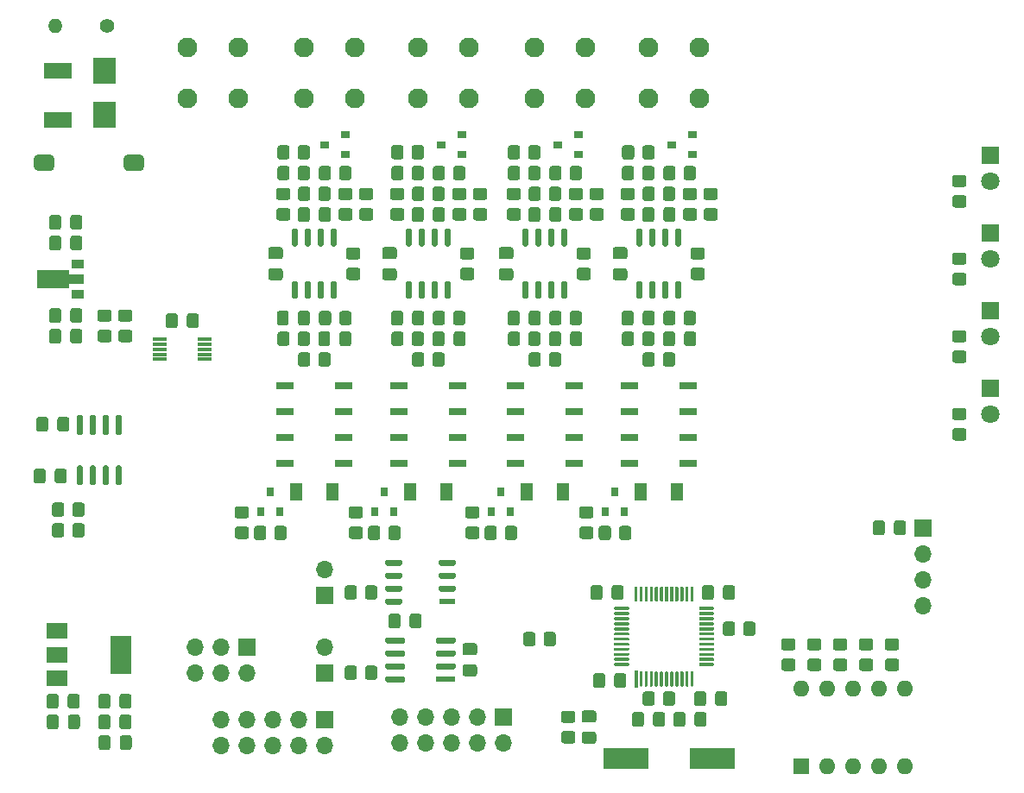
<source format=gbr>
%TF.GenerationSoftware,KiCad,Pcbnew,5.1.10-88a1d61d58~90~ubuntu20.04.1*%
%TF.CreationDate,2021-10-13T19:14:15+02:00*%
%TF.ProjectId,AO_V2,414f5f56-322e-46b6-9963-61645f706362,rev?*%
%TF.SameCoordinates,Original*%
%TF.FileFunction,Soldermask,Top*%
%TF.FilePolarity,Negative*%
%FSLAX46Y46*%
G04 Gerber Fmt 4.6, Leading zero omitted, Abs format (unit mm)*
G04 Created by KiCad (PCBNEW 5.1.10-88a1d61d58~90~ubuntu20.04.1) date 2021-10-13 19:14:15*
%MOMM*%
%LPD*%
G01*
G04 APERTURE LIST*
%ADD10O,1.400000X1.400000*%
%ADD11C,1.400000*%
%ADD12O,1.700000X1.700000*%
%ADD13R,1.700000X1.700000*%
%ADD14R,2.700000X1.500000*%
%ADD15R,1.400000X0.300000*%
%ADD16C,0.100000*%
%ADD17R,1.300000X0.900000*%
%ADD18R,2.000000X1.500000*%
%ADD19R,2.000000X3.800000*%
%ADD20R,1.650000X0.600000*%
%ADD21R,1.950000X0.600000*%
%ADD22R,0.800000X0.900000*%
%ADD23R,1.800000X0.800000*%
%ADD24C,1.950000*%
%ADD25R,0.900000X0.800000*%
%ADD26R,1.300000X1.700000*%
%ADD27R,2.300000X2.500000*%
%ADD28C,1.800000*%
%ADD29R,1.800000X1.800000*%
%ADD30R,0.300000X1.800000*%
%ADD31R,4.500000X2.000000*%
%ADD32O,1.600000X1.600000*%
%ADD33R,1.600000X1.600000*%
G04 APERTURE END LIST*
%TO.C,FB1*%
G36*
G01*
X96168000Y-86722000D02*
X96168000Y-87522000D01*
G75*
G02*
X95768000Y-87922000I-400000J0D01*
G01*
X94568000Y-87922000D01*
G75*
G02*
X94168000Y-87522000I0J400000D01*
G01*
X94168000Y-86722000D01*
G75*
G02*
X94568000Y-86322000I400000J0D01*
G01*
X95768000Y-86322000D01*
G75*
G02*
X96168000Y-86722000I0J-400000D01*
G01*
G37*
G36*
G01*
X104968000Y-86722000D02*
X104968000Y-87522000D01*
G75*
G02*
X104568000Y-87922000I-400000J0D01*
G01*
X103368000Y-87922000D01*
G75*
G02*
X102968000Y-87522000I0J400000D01*
G01*
X102968000Y-86722000D01*
G75*
G02*
X103368000Y-86322000I400000J0D01*
G01*
X104568000Y-86322000D01*
G75*
G02*
X104968000Y-86722000I0J-400000D01*
G01*
G37*
%TD*%
%TO.C,C14*%
G36*
G01*
X97499500Y-142461000D02*
X97499500Y-141511000D01*
G75*
G02*
X97749500Y-141261000I250000J0D01*
G01*
X98424500Y-141261000D01*
G75*
G02*
X98674500Y-141511000I0J-250000D01*
G01*
X98674500Y-142461000D01*
G75*
G02*
X98424500Y-142711000I-250000J0D01*
G01*
X97749500Y-142711000D01*
G75*
G02*
X97499500Y-142461000I0J250000D01*
G01*
G37*
G36*
G01*
X95424500Y-142461000D02*
X95424500Y-141511000D01*
G75*
G02*
X95674500Y-141261000I250000J0D01*
G01*
X96349500Y-141261000D01*
G75*
G02*
X96599500Y-141511000I0J-250000D01*
G01*
X96599500Y-142461000D01*
G75*
G02*
X96349500Y-142711000I-250000J0D01*
G01*
X95674500Y-142711000D01*
G75*
G02*
X95424500Y-142461000I0J250000D01*
G01*
G37*
%TD*%
D10*
%TO.C,F1*%
X96266000Y-73660000D03*
D11*
X101346000Y-73660000D03*
%TD*%
D12*
%TO.C,J11*%
X122682000Y-134620000D03*
D13*
X122682000Y-137160000D03*
%TD*%
%TO.C,C38*%
G36*
G01*
X151163000Y-97478000D02*
X152113000Y-97478000D01*
G75*
G02*
X152363000Y-97728000I0J-250000D01*
G01*
X152363000Y-98403000D01*
G75*
G02*
X152113000Y-98653000I-250000J0D01*
G01*
X151163000Y-98653000D01*
G75*
G02*
X150913000Y-98403000I0J250000D01*
G01*
X150913000Y-97728000D01*
G75*
G02*
X151163000Y-97478000I250000J0D01*
G01*
G37*
G36*
G01*
X151163000Y-95403000D02*
X152113000Y-95403000D01*
G75*
G02*
X152363000Y-95653000I0J-250000D01*
G01*
X152363000Y-96328000D01*
G75*
G02*
X152113000Y-96578000I-250000J0D01*
G01*
X151163000Y-96578000D01*
G75*
G02*
X150913000Y-96328000I0J250000D01*
G01*
X150913000Y-95653000D01*
G75*
G02*
X151163000Y-95403000I250000J0D01*
G01*
G37*
%TD*%
%TO.C,C37*%
G36*
G01*
X139987000Y-97478000D02*
X140937000Y-97478000D01*
G75*
G02*
X141187000Y-97728000I0J-250000D01*
G01*
X141187000Y-98403000D01*
G75*
G02*
X140937000Y-98653000I-250000J0D01*
G01*
X139987000Y-98653000D01*
G75*
G02*
X139737000Y-98403000I0J250000D01*
G01*
X139737000Y-97728000D01*
G75*
G02*
X139987000Y-97478000I250000J0D01*
G01*
G37*
G36*
G01*
X139987000Y-95403000D02*
X140937000Y-95403000D01*
G75*
G02*
X141187000Y-95653000I0J-250000D01*
G01*
X141187000Y-96328000D01*
G75*
G02*
X140937000Y-96578000I-250000J0D01*
G01*
X139987000Y-96578000D01*
G75*
G02*
X139737000Y-96328000I0J250000D01*
G01*
X139737000Y-95653000D01*
G75*
G02*
X139987000Y-95403000I250000J0D01*
G01*
G37*
%TD*%
D12*
%TO.C,J10*%
X122682000Y-127000000D03*
D13*
X122682000Y-129540000D03*
%TD*%
D14*
%TO.C,D5*%
X96520000Y-78118000D03*
X96520000Y-82918000D03*
%TD*%
%TO.C,R1*%
G36*
G01*
X146107999Y-142894000D02*
X147008001Y-142894000D01*
G75*
G02*
X147258000Y-143143999I0J-249999D01*
G01*
X147258000Y-143844001D01*
G75*
G02*
X147008001Y-144094000I-249999J0D01*
G01*
X146107999Y-144094000D01*
G75*
G02*
X145858000Y-143844001I0J249999D01*
G01*
X145858000Y-143143999D01*
G75*
G02*
X146107999Y-142894000I249999J0D01*
G01*
G37*
G36*
G01*
X146107999Y-140894000D02*
X147008001Y-140894000D01*
G75*
G02*
X147258000Y-141143999I0J-249999D01*
G01*
X147258000Y-141844001D01*
G75*
G02*
X147008001Y-142094000I-249999J0D01*
G01*
X146107999Y-142094000D01*
G75*
G02*
X145858000Y-141844001I0J249999D01*
G01*
X145858000Y-141143999D01*
G75*
G02*
X146107999Y-140894000I249999J0D01*
G01*
G37*
%TD*%
%TO.C,R2*%
G36*
G01*
X155048000Y-139249999D02*
X155048000Y-140150001D01*
G75*
G02*
X154798001Y-140400000I-249999J0D01*
G01*
X154097999Y-140400000D01*
G75*
G02*
X153848000Y-140150001I0J249999D01*
G01*
X153848000Y-139249999D01*
G75*
G02*
X154097999Y-139000000I249999J0D01*
G01*
X154798001Y-139000000D01*
G75*
G02*
X155048000Y-139249999I0J-249999D01*
G01*
G37*
G36*
G01*
X157048000Y-139249999D02*
X157048000Y-140150001D01*
G75*
G02*
X156798001Y-140400000I-249999J0D01*
G01*
X156097999Y-140400000D01*
G75*
G02*
X155848000Y-140150001I0J249999D01*
G01*
X155848000Y-139249999D01*
G75*
G02*
X156097999Y-139000000I249999J0D01*
G01*
X156798001Y-139000000D01*
G75*
G02*
X157048000Y-139249999I0J-249999D01*
G01*
G37*
%TD*%
%TO.C,R3*%
G36*
G01*
X143348000Y-133407999D02*
X143348000Y-134308001D01*
G75*
G02*
X143098001Y-134558000I-249999J0D01*
G01*
X142397999Y-134558000D01*
G75*
G02*
X142148000Y-134308001I0J249999D01*
G01*
X142148000Y-133407999D01*
G75*
G02*
X142397999Y-133158000I249999J0D01*
G01*
X143098001Y-133158000D01*
G75*
G02*
X143348000Y-133407999I0J-249999D01*
G01*
G37*
G36*
G01*
X145348000Y-133407999D02*
X145348000Y-134308001D01*
G75*
G02*
X145098001Y-134558000I-249999J0D01*
G01*
X144397999Y-134558000D01*
G75*
G02*
X144148000Y-134308001I0J249999D01*
G01*
X144148000Y-133407999D01*
G75*
G02*
X144397999Y-133158000I249999J0D01*
G01*
X145098001Y-133158000D01*
G75*
G02*
X145348000Y-133407999I0J-249999D01*
G01*
G37*
%TD*%
%TO.C,R4*%
G36*
G01*
X163722000Y-133292001D02*
X163722000Y-132391999D01*
G75*
G02*
X163971999Y-132142000I249999J0D01*
G01*
X164672001Y-132142000D01*
G75*
G02*
X164922000Y-132391999I0J-249999D01*
G01*
X164922000Y-133292001D01*
G75*
G02*
X164672001Y-133542000I-249999J0D01*
G01*
X163971999Y-133542000D01*
G75*
G02*
X163722000Y-133292001I0J249999D01*
G01*
G37*
G36*
G01*
X161722000Y-133292001D02*
X161722000Y-132391999D01*
G75*
G02*
X161971999Y-132142000I249999J0D01*
G01*
X162672001Y-132142000D01*
G75*
G02*
X162922000Y-132391999I0J-249999D01*
G01*
X162922000Y-133292001D01*
G75*
G02*
X162672001Y-133542000I-249999J0D01*
G01*
X161971999Y-133542000D01*
G75*
G02*
X161722000Y-133292001I0J249999D01*
G01*
G37*
%TD*%
%TO.C,R6*%
G36*
G01*
X125838000Y-128835999D02*
X125838000Y-129736001D01*
G75*
G02*
X125588001Y-129986000I-249999J0D01*
G01*
X124887999Y-129986000D01*
G75*
G02*
X124638000Y-129736001I0J249999D01*
G01*
X124638000Y-128835999D01*
G75*
G02*
X124887999Y-128586000I249999J0D01*
G01*
X125588001Y-128586000D01*
G75*
G02*
X125838000Y-128835999I0J-249999D01*
G01*
G37*
G36*
G01*
X127838000Y-128835999D02*
X127838000Y-129736001D01*
G75*
G02*
X127588001Y-129986000I-249999J0D01*
G01*
X126887999Y-129986000D01*
G75*
G02*
X126638000Y-129736001I0J249999D01*
G01*
X126638000Y-128835999D01*
G75*
G02*
X126887999Y-128586000I249999J0D01*
G01*
X127588001Y-128586000D01*
G75*
G02*
X127838000Y-128835999I0J-249999D01*
G01*
G37*
%TD*%
%TO.C,R8*%
G36*
G01*
X125838000Y-136709999D02*
X125838000Y-137610001D01*
G75*
G02*
X125588001Y-137860000I-249999J0D01*
G01*
X124887999Y-137860000D01*
G75*
G02*
X124638000Y-137610001I0J249999D01*
G01*
X124638000Y-136709999D01*
G75*
G02*
X124887999Y-136460000I249999J0D01*
G01*
X125588001Y-136460000D01*
G75*
G02*
X125838000Y-136709999I0J-249999D01*
G01*
G37*
G36*
G01*
X127838000Y-136709999D02*
X127838000Y-137610001D01*
G75*
G02*
X127588001Y-137860000I-249999J0D01*
G01*
X126887999Y-137860000D01*
G75*
G02*
X126638000Y-137610001I0J249999D01*
G01*
X126638000Y-136709999D01*
G75*
G02*
X126887999Y-136460000I249999J0D01*
G01*
X127588001Y-136460000D01*
G75*
G02*
X127838000Y-136709999I0J-249999D01*
G01*
G37*
%TD*%
%TO.C,R9*%
G36*
G01*
X168598001Y-134982000D02*
X167697999Y-134982000D01*
G75*
G02*
X167448000Y-134732001I0J249999D01*
G01*
X167448000Y-134031999D01*
G75*
G02*
X167697999Y-133782000I249999J0D01*
G01*
X168598001Y-133782000D01*
G75*
G02*
X168848000Y-134031999I0J-249999D01*
G01*
X168848000Y-134732001D01*
G75*
G02*
X168598001Y-134982000I-249999J0D01*
G01*
G37*
G36*
G01*
X168598001Y-136982000D02*
X167697999Y-136982000D01*
G75*
G02*
X167448000Y-136732001I0J249999D01*
G01*
X167448000Y-136031999D01*
G75*
G02*
X167697999Y-135782000I249999J0D01*
G01*
X168598001Y-135782000D01*
G75*
G02*
X168848000Y-136031999I0J-249999D01*
G01*
X168848000Y-136732001D01*
G75*
G02*
X168598001Y-136982000I-249999J0D01*
G01*
G37*
%TD*%
%TO.C,R10*%
G36*
G01*
X171138001Y-134982000D02*
X170237999Y-134982000D01*
G75*
G02*
X169988000Y-134732001I0J249999D01*
G01*
X169988000Y-134031999D01*
G75*
G02*
X170237999Y-133782000I249999J0D01*
G01*
X171138001Y-133782000D01*
G75*
G02*
X171388000Y-134031999I0J-249999D01*
G01*
X171388000Y-134732001D01*
G75*
G02*
X171138001Y-134982000I-249999J0D01*
G01*
G37*
G36*
G01*
X171138001Y-136982000D02*
X170237999Y-136982000D01*
G75*
G02*
X169988000Y-136732001I0J249999D01*
G01*
X169988000Y-136031999D01*
G75*
G02*
X170237999Y-135782000I249999J0D01*
G01*
X171138001Y-135782000D01*
G75*
G02*
X171388000Y-136031999I0J-249999D01*
G01*
X171388000Y-136732001D01*
G75*
G02*
X171138001Y-136982000I-249999J0D01*
G01*
G37*
%TD*%
%TO.C,R11*%
G36*
G01*
X173678001Y-134982000D02*
X172777999Y-134982000D01*
G75*
G02*
X172528000Y-134732001I0J249999D01*
G01*
X172528000Y-134031999D01*
G75*
G02*
X172777999Y-133782000I249999J0D01*
G01*
X173678001Y-133782000D01*
G75*
G02*
X173928000Y-134031999I0J-249999D01*
G01*
X173928000Y-134732001D01*
G75*
G02*
X173678001Y-134982000I-249999J0D01*
G01*
G37*
G36*
G01*
X173678001Y-136982000D02*
X172777999Y-136982000D01*
G75*
G02*
X172528000Y-136732001I0J249999D01*
G01*
X172528000Y-136031999D01*
G75*
G02*
X172777999Y-135782000I249999J0D01*
G01*
X173678001Y-135782000D01*
G75*
G02*
X173928000Y-136031999I0J-249999D01*
G01*
X173928000Y-136732001D01*
G75*
G02*
X173678001Y-136982000I-249999J0D01*
G01*
G37*
%TD*%
%TO.C,R12*%
G36*
G01*
X176218001Y-134982000D02*
X175317999Y-134982000D01*
G75*
G02*
X175068000Y-134732001I0J249999D01*
G01*
X175068000Y-134031999D01*
G75*
G02*
X175317999Y-133782000I249999J0D01*
G01*
X176218001Y-133782000D01*
G75*
G02*
X176468000Y-134031999I0J-249999D01*
G01*
X176468000Y-134732001D01*
G75*
G02*
X176218001Y-134982000I-249999J0D01*
G01*
G37*
G36*
G01*
X176218001Y-136982000D02*
X175317999Y-136982000D01*
G75*
G02*
X175068000Y-136732001I0J249999D01*
G01*
X175068000Y-136031999D01*
G75*
G02*
X175317999Y-135782000I249999J0D01*
G01*
X176218001Y-135782000D01*
G75*
G02*
X176468000Y-136031999I0J-249999D01*
G01*
X176468000Y-136732001D01*
G75*
G02*
X176218001Y-136982000I-249999J0D01*
G01*
G37*
%TD*%
%TO.C,R13*%
G36*
G01*
X184461999Y-113176000D02*
X185362001Y-113176000D01*
G75*
G02*
X185612000Y-113425999I0J-249999D01*
G01*
X185612000Y-114126001D01*
G75*
G02*
X185362001Y-114376000I-249999J0D01*
G01*
X184461999Y-114376000D01*
G75*
G02*
X184212000Y-114126001I0J249999D01*
G01*
X184212000Y-113425999D01*
G75*
G02*
X184461999Y-113176000I249999J0D01*
G01*
G37*
G36*
G01*
X184461999Y-111176000D02*
X185362001Y-111176000D01*
G75*
G02*
X185612000Y-111425999I0J-249999D01*
G01*
X185612000Y-112126001D01*
G75*
G02*
X185362001Y-112376000I-249999J0D01*
G01*
X184461999Y-112376000D01*
G75*
G02*
X184212000Y-112126001I0J249999D01*
G01*
X184212000Y-111425999D01*
G75*
G02*
X184461999Y-111176000I249999J0D01*
G01*
G37*
%TD*%
%TO.C,R14*%
G36*
G01*
X184461999Y-105556000D02*
X185362001Y-105556000D01*
G75*
G02*
X185612000Y-105805999I0J-249999D01*
G01*
X185612000Y-106506001D01*
G75*
G02*
X185362001Y-106756000I-249999J0D01*
G01*
X184461999Y-106756000D01*
G75*
G02*
X184212000Y-106506001I0J249999D01*
G01*
X184212000Y-105805999D01*
G75*
G02*
X184461999Y-105556000I249999J0D01*
G01*
G37*
G36*
G01*
X184461999Y-103556000D02*
X185362001Y-103556000D01*
G75*
G02*
X185612000Y-103805999I0J-249999D01*
G01*
X185612000Y-104506001D01*
G75*
G02*
X185362001Y-104756000I-249999J0D01*
G01*
X184461999Y-104756000D01*
G75*
G02*
X184212000Y-104506001I0J249999D01*
G01*
X184212000Y-103805999D01*
G75*
G02*
X184461999Y-103556000I249999J0D01*
G01*
G37*
%TD*%
%TO.C,R15*%
G36*
G01*
X184461999Y-97936000D02*
X185362001Y-97936000D01*
G75*
G02*
X185612000Y-98185999I0J-249999D01*
G01*
X185612000Y-98886001D01*
G75*
G02*
X185362001Y-99136000I-249999J0D01*
G01*
X184461999Y-99136000D01*
G75*
G02*
X184212000Y-98886001I0J249999D01*
G01*
X184212000Y-98185999D01*
G75*
G02*
X184461999Y-97936000I249999J0D01*
G01*
G37*
G36*
G01*
X184461999Y-95936000D02*
X185362001Y-95936000D01*
G75*
G02*
X185612000Y-96185999I0J-249999D01*
G01*
X185612000Y-96886001D01*
G75*
G02*
X185362001Y-97136000I-249999J0D01*
G01*
X184461999Y-97136000D01*
G75*
G02*
X184212000Y-96886001I0J249999D01*
G01*
X184212000Y-96185999D01*
G75*
G02*
X184461999Y-95936000I249999J0D01*
G01*
G37*
%TD*%
%TO.C,R16*%
G36*
G01*
X184461999Y-90316000D02*
X185362001Y-90316000D01*
G75*
G02*
X185612000Y-90565999I0J-249999D01*
G01*
X185612000Y-91266001D01*
G75*
G02*
X185362001Y-91516000I-249999J0D01*
G01*
X184461999Y-91516000D01*
G75*
G02*
X184212000Y-91266001I0J249999D01*
G01*
X184212000Y-90565999D01*
G75*
G02*
X184461999Y-90316000I249999J0D01*
G01*
G37*
G36*
G01*
X184461999Y-88316000D02*
X185362001Y-88316000D01*
G75*
G02*
X185612000Y-88565999I0J-249999D01*
G01*
X185612000Y-89266001D01*
G75*
G02*
X185362001Y-89516000I-249999J0D01*
G01*
X184461999Y-89516000D01*
G75*
G02*
X184212000Y-89266001I0J249999D01*
G01*
X184212000Y-88565999D01*
G75*
G02*
X184461999Y-88316000I249999J0D01*
G01*
G37*
%TD*%
%TO.C,R17*%
G36*
G01*
X178758001Y-134982000D02*
X177857999Y-134982000D01*
G75*
G02*
X177608000Y-134732001I0J249999D01*
G01*
X177608000Y-134031999D01*
G75*
G02*
X177857999Y-133782000I249999J0D01*
G01*
X178758001Y-133782000D01*
G75*
G02*
X179008000Y-134031999I0J-249999D01*
G01*
X179008000Y-134732001D01*
G75*
G02*
X178758001Y-134982000I-249999J0D01*
G01*
G37*
G36*
G01*
X178758001Y-136982000D02*
X177857999Y-136982000D01*
G75*
G02*
X177608000Y-136732001I0J249999D01*
G01*
X177608000Y-136031999D01*
G75*
G02*
X177857999Y-135782000I249999J0D01*
G01*
X178758001Y-135782000D01*
G75*
G02*
X179008000Y-136031999I0J-249999D01*
G01*
X179008000Y-136732001D01*
G75*
G02*
X178758001Y-136982000I-249999J0D01*
G01*
G37*
%TD*%
%TO.C,R18*%
G36*
G01*
X114103999Y-122828000D02*
X115004001Y-122828000D01*
G75*
G02*
X115254000Y-123077999I0J-249999D01*
G01*
X115254000Y-123778001D01*
G75*
G02*
X115004001Y-124028000I-249999J0D01*
G01*
X114103999Y-124028000D01*
G75*
G02*
X113854000Y-123778001I0J249999D01*
G01*
X113854000Y-123077999D01*
G75*
G02*
X114103999Y-122828000I249999J0D01*
G01*
G37*
G36*
G01*
X114103999Y-120828000D02*
X115004001Y-120828000D01*
G75*
G02*
X115254000Y-121077999I0J-249999D01*
G01*
X115254000Y-121778001D01*
G75*
G02*
X115004001Y-122028000I-249999J0D01*
G01*
X114103999Y-122028000D01*
G75*
G02*
X113854000Y-121778001I0J249999D01*
G01*
X113854000Y-121077999D01*
G75*
G02*
X114103999Y-120828000I249999J0D01*
G01*
G37*
%TD*%
%TO.C,R19*%
G36*
G01*
X116948000Y-122993999D02*
X116948000Y-123894001D01*
G75*
G02*
X116698001Y-124144000I-249999J0D01*
G01*
X115997999Y-124144000D01*
G75*
G02*
X115748000Y-123894001I0J249999D01*
G01*
X115748000Y-122993999D01*
G75*
G02*
X115997999Y-122744000I249999J0D01*
G01*
X116698001Y-122744000D01*
G75*
G02*
X116948000Y-122993999I0J-249999D01*
G01*
G37*
G36*
G01*
X118948000Y-122993999D02*
X118948000Y-123894001D01*
G75*
G02*
X118698001Y-124144000I-249999J0D01*
G01*
X117997999Y-124144000D01*
G75*
G02*
X117748000Y-123894001I0J249999D01*
G01*
X117748000Y-122993999D01*
G75*
G02*
X117997999Y-122744000I249999J0D01*
G01*
X118698001Y-122744000D01*
G75*
G02*
X118948000Y-122993999I0J-249999D01*
G01*
G37*
%TD*%
%TO.C,R20*%
G36*
G01*
X125279999Y-122828000D02*
X126180001Y-122828000D01*
G75*
G02*
X126430000Y-123077999I0J-249999D01*
G01*
X126430000Y-123778001D01*
G75*
G02*
X126180001Y-124028000I-249999J0D01*
G01*
X125279999Y-124028000D01*
G75*
G02*
X125030000Y-123778001I0J249999D01*
G01*
X125030000Y-123077999D01*
G75*
G02*
X125279999Y-122828000I249999J0D01*
G01*
G37*
G36*
G01*
X125279999Y-120828000D02*
X126180001Y-120828000D01*
G75*
G02*
X126430000Y-121077999I0J-249999D01*
G01*
X126430000Y-121778001D01*
G75*
G02*
X126180001Y-122028000I-249999J0D01*
G01*
X125279999Y-122028000D01*
G75*
G02*
X125030000Y-121778001I0J249999D01*
G01*
X125030000Y-121077999D01*
G75*
G02*
X125279999Y-120828000I249999J0D01*
G01*
G37*
%TD*%
%TO.C,R21*%
G36*
G01*
X128124000Y-122993999D02*
X128124000Y-123894001D01*
G75*
G02*
X127874001Y-124144000I-249999J0D01*
G01*
X127173999Y-124144000D01*
G75*
G02*
X126924000Y-123894001I0J249999D01*
G01*
X126924000Y-122993999D01*
G75*
G02*
X127173999Y-122744000I249999J0D01*
G01*
X127874001Y-122744000D01*
G75*
G02*
X128124000Y-122993999I0J-249999D01*
G01*
G37*
G36*
G01*
X130124000Y-122993999D02*
X130124000Y-123894001D01*
G75*
G02*
X129874001Y-124144000I-249999J0D01*
G01*
X129173999Y-124144000D01*
G75*
G02*
X128924000Y-123894001I0J249999D01*
G01*
X128924000Y-122993999D01*
G75*
G02*
X129173999Y-122744000I249999J0D01*
G01*
X129874001Y-122744000D01*
G75*
G02*
X130124000Y-122993999I0J-249999D01*
G01*
G37*
%TD*%
%TO.C,R22*%
G36*
G01*
X136709999Y-122828000D02*
X137610001Y-122828000D01*
G75*
G02*
X137860000Y-123077999I0J-249999D01*
G01*
X137860000Y-123778001D01*
G75*
G02*
X137610001Y-124028000I-249999J0D01*
G01*
X136709999Y-124028000D01*
G75*
G02*
X136460000Y-123778001I0J249999D01*
G01*
X136460000Y-123077999D01*
G75*
G02*
X136709999Y-122828000I249999J0D01*
G01*
G37*
G36*
G01*
X136709999Y-120828000D02*
X137610001Y-120828000D01*
G75*
G02*
X137860000Y-121077999I0J-249999D01*
G01*
X137860000Y-121778001D01*
G75*
G02*
X137610001Y-122028000I-249999J0D01*
G01*
X136709999Y-122028000D01*
G75*
G02*
X136460000Y-121778001I0J249999D01*
G01*
X136460000Y-121077999D01*
G75*
G02*
X136709999Y-120828000I249999J0D01*
G01*
G37*
%TD*%
%TO.C,R23*%
G36*
G01*
X139554000Y-122993999D02*
X139554000Y-123894001D01*
G75*
G02*
X139304001Y-124144000I-249999J0D01*
G01*
X138603999Y-124144000D01*
G75*
G02*
X138354000Y-123894001I0J249999D01*
G01*
X138354000Y-122993999D01*
G75*
G02*
X138603999Y-122744000I249999J0D01*
G01*
X139304001Y-122744000D01*
G75*
G02*
X139554000Y-122993999I0J-249999D01*
G01*
G37*
G36*
G01*
X141554000Y-122993999D02*
X141554000Y-123894001D01*
G75*
G02*
X141304001Y-124144000I-249999J0D01*
G01*
X140603999Y-124144000D01*
G75*
G02*
X140354000Y-123894001I0J249999D01*
G01*
X140354000Y-122993999D01*
G75*
G02*
X140603999Y-122744000I249999J0D01*
G01*
X141304001Y-122744000D01*
G75*
G02*
X141554000Y-122993999I0J-249999D01*
G01*
G37*
%TD*%
%TO.C,R24*%
G36*
G01*
X147885999Y-122828000D02*
X148786001Y-122828000D01*
G75*
G02*
X149036000Y-123077999I0J-249999D01*
G01*
X149036000Y-123778001D01*
G75*
G02*
X148786001Y-124028000I-249999J0D01*
G01*
X147885999Y-124028000D01*
G75*
G02*
X147636000Y-123778001I0J249999D01*
G01*
X147636000Y-123077999D01*
G75*
G02*
X147885999Y-122828000I249999J0D01*
G01*
G37*
G36*
G01*
X147885999Y-120828000D02*
X148786001Y-120828000D01*
G75*
G02*
X149036000Y-121077999I0J-249999D01*
G01*
X149036000Y-121778001D01*
G75*
G02*
X148786001Y-122028000I-249999J0D01*
G01*
X147885999Y-122028000D01*
G75*
G02*
X147636000Y-121778001I0J249999D01*
G01*
X147636000Y-121077999D01*
G75*
G02*
X147885999Y-120828000I249999J0D01*
G01*
G37*
%TD*%
%TO.C,R25*%
G36*
G01*
X150746000Y-122993999D02*
X150746000Y-123894001D01*
G75*
G02*
X150496001Y-124144000I-249999J0D01*
G01*
X149795999Y-124144000D01*
G75*
G02*
X149546000Y-123894001I0J249999D01*
G01*
X149546000Y-122993999D01*
G75*
G02*
X149795999Y-122744000I249999J0D01*
G01*
X150496001Y-122744000D01*
G75*
G02*
X150746000Y-122993999I0J-249999D01*
G01*
G37*
G36*
G01*
X152746000Y-122993999D02*
X152746000Y-123894001D01*
G75*
G02*
X152496001Y-124144000I-249999J0D01*
G01*
X151795999Y-124144000D01*
G75*
G02*
X151546000Y-123894001I0J249999D01*
G01*
X151546000Y-122993999D01*
G75*
G02*
X151795999Y-122744000I249999J0D01*
G01*
X152496001Y-122744000D01*
G75*
G02*
X152746000Y-122993999I0J-249999D01*
G01*
G37*
%TD*%
%TO.C,R26*%
G36*
G01*
X97136000Y-122739999D02*
X97136000Y-123640001D01*
G75*
G02*
X96886001Y-123890000I-249999J0D01*
G01*
X96185999Y-123890000D01*
G75*
G02*
X95936000Y-123640001I0J249999D01*
G01*
X95936000Y-122739999D01*
G75*
G02*
X96185999Y-122490000I249999J0D01*
G01*
X96886001Y-122490000D01*
G75*
G02*
X97136000Y-122739999I0J-249999D01*
G01*
G37*
G36*
G01*
X99136000Y-122739999D02*
X99136000Y-123640001D01*
G75*
G02*
X98886001Y-123890000I-249999J0D01*
G01*
X98185999Y-123890000D01*
G75*
G02*
X97936000Y-123640001I0J249999D01*
G01*
X97936000Y-122739999D01*
G75*
G02*
X98185999Y-122490000I249999J0D01*
G01*
X98886001Y-122490000D01*
G75*
G02*
X99136000Y-122739999I0J-249999D01*
G01*
G37*
%TD*%
%TO.C,R27*%
G36*
G01*
X97136000Y-120707999D02*
X97136000Y-121608001D01*
G75*
G02*
X96886001Y-121858000I-249999J0D01*
G01*
X96185999Y-121858000D01*
G75*
G02*
X95936000Y-121608001I0J249999D01*
G01*
X95936000Y-120707999D01*
G75*
G02*
X96185999Y-120458000I249999J0D01*
G01*
X96886001Y-120458000D01*
G75*
G02*
X97136000Y-120707999I0J-249999D01*
G01*
G37*
G36*
G01*
X99136000Y-120707999D02*
X99136000Y-121608001D01*
G75*
G02*
X98886001Y-121858000I-249999J0D01*
G01*
X98185999Y-121858000D01*
G75*
G02*
X97936000Y-121608001I0J249999D01*
G01*
X97936000Y-120707999D01*
G75*
G02*
X98185999Y-120458000I249999J0D01*
G01*
X98886001Y-120458000D01*
G75*
G02*
X99136000Y-120707999I0J-249999D01*
G01*
G37*
%TD*%
%TO.C,R28*%
G36*
G01*
X102673999Y-103524000D02*
X103574001Y-103524000D01*
G75*
G02*
X103824000Y-103773999I0J-249999D01*
G01*
X103824000Y-104474001D01*
G75*
G02*
X103574001Y-104724000I-249999J0D01*
G01*
X102673999Y-104724000D01*
G75*
G02*
X102424000Y-104474001I0J249999D01*
G01*
X102424000Y-103773999D01*
G75*
G02*
X102673999Y-103524000I249999J0D01*
G01*
G37*
G36*
G01*
X102673999Y-101524000D02*
X103574001Y-101524000D01*
G75*
G02*
X103824000Y-101773999I0J-249999D01*
G01*
X103824000Y-102474001D01*
G75*
G02*
X103574001Y-102724000I-249999J0D01*
G01*
X102673999Y-102724000D01*
G75*
G02*
X102424000Y-102474001I0J249999D01*
G01*
X102424000Y-101773999D01*
G75*
G02*
X102673999Y-101524000I249999J0D01*
G01*
G37*
%TD*%
%TO.C,R29*%
G36*
G01*
X100641999Y-103524000D02*
X101542001Y-103524000D01*
G75*
G02*
X101792000Y-103773999I0J-249999D01*
G01*
X101792000Y-104474001D01*
G75*
G02*
X101542001Y-104724000I-249999J0D01*
G01*
X100641999Y-104724000D01*
G75*
G02*
X100392000Y-104474001I0J249999D01*
G01*
X100392000Y-103773999D01*
G75*
G02*
X100641999Y-103524000I249999J0D01*
G01*
G37*
G36*
G01*
X100641999Y-101524000D02*
X101542001Y-101524000D01*
G75*
G02*
X101792000Y-101773999I0J-249999D01*
G01*
X101792000Y-102474001D01*
G75*
G02*
X101542001Y-102724000I-249999J0D01*
G01*
X100641999Y-102724000D01*
G75*
G02*
X100392000Y-102474001I0J249999D01*
G01*
X100392000Y-101773999D01*
G75*
G02*
X100641999Y-101524000I249999J0D01*
G01*
G37*
%TD*%
%TO.C,R30*%
G36*
G01*
X121266000Y-105975999D02*
X121266000Y-106876001D01*
G75*
G02*
X121016001Y-107126000I-249999J0D01*
G01*
X120315999Y-107126000D01*
G75*
G02*
X120066000Y-106876001I0J249999D01*
G01*
X120066000Y-105975999D01*
G75*
G02*
X120315999Y-105726000I249999J0D01*
G01*
X121016001Y-105726000D01*
G75*
G02*
X121266000Y-105975999I0J-249999D01*
G01*
G37*
G36*
G01*
X123266000Y-105975999D02*
X123266000Y-106876001D01*
G75*
G02*
X123016001Y-107126000I-249999J0D01*
G01*
X122315999Y-107126000D01*
G75*
G02*
X122066000Y-106876001I0J249999D01*
G01*
X122066000Y-105975999D01*
G75*
G02*
X122315999Y-105726000I249999J0D01*
G01*
X123016001Y-105726000D01*
G75*
G02*
X123266000Y-105975999I0J-249999D01*
G01*
G37*
%TD*%
%TO.C,R31*%
G36*
G01*
X132442000Y-105975999D02*
X132442000Y-106876001D01*
G75*
G02*
X132192001Y-107126000I-249999J0D01*
G01*
X131491999Y-107126000D01*
G75*
G02*
X131242000Y-106876001I0J249999D01*
G01*
X131242000Y-105975999D01*
G75*
G02*
X131491999Y-105726000I249999J0D01*
G01*
X132192001Y-105726000D01*
G75*
G02*
X132442000Y-105975999I0J-249999D01*
G01*
G37*
G36*
G01*
X134442000Y-105975999D02*
X134442000Y-106876001D01*
G75*
G02*
X134192001Y-107126000I-249999J0D01*
G01*
X133491999Y-107126000D01*
G75*
G02*
X133242000Y-106876001I0J249999D01*
G01*
X133242000Y-105975999D01*
G75*
G02*
X133491999Y-105726000I249999J0D01*
G01*
X134192001Y-105726000D01*
G75*
G02*
X134442000Y-105975999I0J-249999D01*
G01*
G37*
%TD*%
%TO.C,R32*%
G36*
G01*
X143872000Y-105975999D02*
X143872000Y-106876001D01*
G75*
G02*
X143622001Y-107126000I-249999J0D01*
G01*
X142921999Y-107126000D01*
G75*
G02*
X142672000Y-106876001I0J249999D01*
G01*
X142672000Y-105975999D01*
G75*
G02*
X142921999Y-105726000I249999J0D01*
G01*
X143622001Y-105726000D01*
G75*
G02*
X143872000Y-105975999I0J-249999D01*
G01*
G37*
G36*
G01*
X145872000Y-105975999D02*
X145872000Y-106876001D01*
G75*
G02*
X145622001Y-107126000I-249999J0D01*
G01*
X144921999Y-107126000D01*
G75*
G02*
X144672000Y-106876001I0J249999D01*
G01*
X144672000Y-105975999D01*
G75*
G02*
X144921999Y-105726000I249999J0D01*
G01*
X145622001Y-105726000D01*
G75*
G02*
X145872000Y-105975999I0J-249999D01*
G01*
G37*
%TD*%
%TO.C,R33*%
G36*
G01*
X155048000Y-105975999D02*
X155048000Y-106876001D01*
G75*
G02*
X154798001Y-107126000I-249999J0D01*
G01*
X154097999Y-107126000D01*
G75*
G02*
X153848000Y-106876001I0J249999D01*
G01*
X153848000Y-105975999D01*
G75*
G02*
X154097999Y-105726000I249999J0D01*
G01*
X154798001Y-105726000D01*
G75*
G02*
X155048000Y-105975999I0J-249999D01*
G01*
G37*
G36*
G01*
X157048000Y-105975999D02*
X157048000Y-106876001D01*
G75*
G02*
X156798001Y-107126000I-249999J0D01*
G01*
X156097999Y-107126000D01*
G75*
G02*
X155848000Y-106876001I0J249999D01*
G01*
X155848000Y-105975999D01*
G75*
G02*
X156097999Y-105726000I249999J0D01*
G01*
X156798001Y-105726000D01*
G75*
G02*
X157048000Y-105975999I0J-249999D01*
G01*
G37*
%TD*%
%TO.C,R34*%
G36*
G01*
X120034000Y-104844001D02*
X120034000Y-103943999D01*
G75*
G02*
X120283999Y-103694000I249999J0D01*
G01*
X120984001Y-103694000D01*
G75*
G02*
X121234000Y-103943999I0J-249999D01*
G01*
X121234000Y-104844001D01*
G75*
G02*
X120984001Y-105094000I-249999J0D01*
G01*
X120283999Y-105094000D01*
G75*
G02*
X120034000Y-104844001I0J249999D01*
G01*
G37*
G36*
G01*
X118034000Y-104844001D02*
X118034000Y-103943999D01*
G75*
G02*
X118283999Y-103694000I249999J0D01*
G01*
X118984001Y-103694000D01*
G75*
G02*
X119234000Y-103943999I0J-249999D01*
G01*
X119234000Y-104844001D01*
G75*
G02*
X118984001Y-105094000I-249999J0D01*
G01*
X118283999Y-105094000D01*
G75*
G02*
X118034000Y-104844001I0J249999D01*
G01*
G37*
%TD*%
%TO.C,R35*%
G36*
G01*
X131210000Y-104844001D02*
X131210000Y-103943999D01*
G75*
G02*
X131459999Y-103694000I249999J0D01*
G01*
X132160001Y-103694000D01*
G75*
G02*
X132410000Y-103943999I0J-249999D01*
G01*
X132410000Y-104844001D01*
G75*
G02*
X132160001Y-105094000I-249999J0D01*
G01*
X131459999Y-105094000D01*
G75*
G02*
X131210000Y-104844001I0J249999D01*
G01*
G37*
G36*
G01*
X129210000Y-104844001D02*
X129210000Y-103943999D01*
G75*
G02*
X129459999Y-103694000I249999J0D01*
G01*
X130160001Y-103694000D01*
G75*
G02*
X130410000Y-103943999I0J-249999D01*
G01*
X130410000Y-104844001D01*
G75*
G02*
X130160001Y-105094000I-249999J0D01*
G01*
X129459999Y-105094000D01*
G75*
G02*
X129210000Y-104844001I0J249999D01*
G01*
G37*
%TD*%
%TO.C,R36*%
G36*
G01*
X142640000Y-104844001D02*
X142640000Y-103943999D01*
G75*
G02*
X142889999Y-103694000I249999J0D01*
G01*
X143590001Y-103694000D01*
G75*
G02*
X143840000Y-103943999I0J-249999D01*
G01*
X143840000Y-104844001D01*
G75*
G02*
X143590001Y-105094000I-249999J0D01*
G01*
X142889999Y-105094000D01*
G75*
G02*
X142640000Y-104844001I0J249999D01*
G01*
G37*
G36*
G01*
X140640000Y-104844001D02*
X140640000Y-103943999D01*
G75*
G02*
X140889999Y-103694000I249999J0D01*
G01*
X141590001Y-103694000D01*
G75*
G02*
X141840000Y-103943999I0J-249999D01*
G01*
X141840000Y-104844001D01*
G75*
G02*
X141590001Y-105094000I-249999J0D01*
G01*
X140889999Y-105094000D01*
G75*
G02*
X140640000Y-104844001I0J249999D01*
G01*
G37*
%TD*%
%TO.C,R37*%
G36*
G01*
X153816000Y-104844001D02*
X153816000Y-103943999D01*
G75*
G02*
X154065999Y-103694000I249999J0D01*
G01*
X154766001Y-103694000D01*
G75*
G02*
X155016000Y-103943999I0J-249999D01*
G01*
X155016000Y-104844001D01*
G75*
G02*
X154766001Y-105094000I-249999J0D01*
G01*
X154065999Y-105094000D01*
G75*
G02*
X153816000Y-104844001I0J249999D01*
G01*
G37*
G36*
G01*
X151816000Y-104844001D02*
X151816000Y-103943999D01*
G75*
G02*
X152065999Y-103694000I249999J0D01*
G01*
X152766001Y-103694000D01*
G75*
G02*
X153016000Y-103943999I0J-249999D01*
G01*
X153016000Y-104844001D01*
G75*
G02*
X152766001Y-105094000I-249999J0D01*
G01*
X152065999Y-105094000D01*
G75*
G02*
X151816000Y-104844001I0J249999D01*
G01*
G37*
%TD*%
%TO.C,R38*%
G36*
G01*
X124114000Y-102812001D02*
X124114000Y-101911999D01*
G75*
G02*
X124363999Y-101662000I249999J0D01*
G01*
X125064001Y-101662000D01*
G75*
G02*
X125314000Y-101911999I0J-249999D01*
G01*
X125314000Y-102812001D01*
G75*
G02*
X125064001Y-103062000I-249999J0D01*
G01*
X124363999Y-103062000D01*
G75*
G02*
X124114000Y-102812001I0J249999D01*
G01*
G37*
G36*
G01*
X122114000Y-102812001D02*
X122114000Y-101911999D01*
G75*
G02*
X122363999Y-101662000I249999J0D01*
G01*
X123064001Y-101662000D01*
G75*
G02*
X123314000Y-101911999I0J-249999D01*
G01*
X123314000Y-102812001D01*
G75*
G02*
X123064001Y-103062000I-249999J0D01*
G01*
X122363999Y-103062000D01*
G75*
G02*
X122114000Y-102812001I0J249999D01*
G01*
G37*
%TD*%
%TO.C,R39*%
G36*
G01*
X135274000Y-102812001D02*
X135274000Y-101911999D01*
G75*
G02*
X135523999Y-101662000I249999J0D01*
G01*
X136224001Y-101662000D01*
G75*
G02*
X136474000Y-101911999I0J-249999D01*
G01*
X136474000Y-102812001D01*
G75*
G02*
X136224001Y-103062000I-249999J0D01*
G01*
X135523999Y-103062000D01*
G75*
G02*
X135274000Y-102812001I0J249999D01*
G01*
G37*
G36*
G01*
X133274000Y-102812001D02*
X133274000Y-101911999D01*
G75*
G02*
X133523999Y-101662000I249999J0D01*
G01*
X134224001Y-101662000D01*
G75*
G02*
X134474000Y-101911999I0J-249999D01*
G01*
X134474000Y-102812001D01*
G75*
G02*
X134224001Y-103062000I-249999J0D01*
G01*
X133523999Y-103062000D01*
G75*
G02*
X133274000Y-102812001I0J249999D01*
G01*
G37*
%TD*%
%TO.C,R40*%
G36*
G01*
X146704000Y-102812001D02*
X146704000Y-101911999D01*
G75*
G02*
X146953999Y-101662000I249999J0D01*
G01*
X147654001Y-101662000D01*
G75*
G02*
X147904000Y-101911999I0J-249999D01*
G01*
X147904000Y-102812001D01*
G75*
G02*
X147654001Y-103062000I-249999J0D01*
G01*
X146953999Y-103062000D01*
G75*
G02*
X146704000Y-102812001I0J249999D01*
G01*
G37*
G36*
G01*
X144704000Y-102812001D02*
X144704000Y-101911999D01*
G75*
G02*
X144953999Y-101662000I249999J0D01*
G01*
X145654001Y-101662000D01*
G75*
G02*
X145904000Y-101911999I0J-249999D01*
G01*
X145904000Y-102812001D01*
G75*
G02*
X145654001Y-103062000I-249999J0D01*
G01*
X144953999Y-103062000D01*
G75*
G02*
X144704000Y-102812001I0J249999D01*
G01*
G37*
%TD*%
%TO.C,R41*%
G36*
G01*
X157880000Y-102812001D02*
X157880000Y-101911999D01*
G75*
G02*
X158129999Y-101662000I249999J0D01*
G01*
X158830001Y-101662000D01*
G75*
G02*
X159080000Y-101911999I0J-249999D01*
G01*
X159080000Y-102812001D01*
G75*
G02*
X158830001Y-103062000I-249999J0D01*
G01*
X158129999Y-103062000D01*
G75*
G02*
X157880000Y-102812001I0J249999D01*
G01*
G37*
G36*
G01*
X155880000Y-102812001D02*
X155880000Y-101911999D01*
G75*
G02*
X156129999Y-101662000I249999J0D01*
G01*
X156830001Y-101662000D01*
G75*
G02*
X157080000Y-101911999I0J-249999D01*
G01*
X157080000Y-102812001D01*
G75*
G02*
X156830001Y-103062000I-249999J0D01*
G01*
X156129999Y-103062000D01*
G75*
G02*
X155880000Y-102812001I0J249999D01*
G01*
G37*
%TD*%
%TO.C,R42*%
G36*
G01*
X125025999Y-97428000D02*
X125926001Y-97428000D01*
G75*
G02*
X126176000Y-97677999I0J-249999D01*
G01*
X126176000Y-98378001D01*
G75*
G02*
X125926001Y-98628000I-249999J0D01*
G01*
X125025999Y-98628000D01*
G75*
G02*
X124776000Y-98378001I0J249999D01*
G01*
X124776000Y-97677999D01*
G75*
G02*
X125025999Y-97428000I249999J0D01*
G01*
G37*
G36*
G01*
X125025999Y-95428000D02*
X125926001Y-95428000D01*
G75*
G02*
X126176000Y-95677999I0J-249999D01*
G01*
X126176000Y-96378001D01*
G75*
G02*
X125926001Y-96628000I-249999J0D01*
G01*
X125025999Y-96628000D01*
G75*
G02*
X124776000Y-96378001I0J249999D01*
G01*
X124776000Y-95677999D01*
G75*
G02*
X125025999Y-95428000I249999J0D01*
G01*
G37*
%TD*%
%TO.C,R43*%
G36*
G01*
X136201999Y-97428000D02*
X137102001Y-97428000D01*
G75*
G02*
X137352000Y-97677999I0J-249999D01*
G01*
X137352000Y-98378001D01*
G75*
G02*
X137102001Y-98628000I-249999J0D01*
G01*
X136201999Y-98628000D01*
G75*
G02*
X135952000Y-98378001I0J249999D01*
G01*
X135952000Y-97677999D01*
G75*
G02*
X136201999Y-97428000I249999J0D01*
G01*
G37*
G36*
G01*
X136201999Y-95428000D02*
X137102001Y-95428000D01*
G75*
G02*
X137352000Y-95677999I0J-249999D01*
G01*
X137352000Y-96378001D01*
G75*
G02*
X137102001Y-96628000I-249999J0D01*
G01*
X136201999Y-96628000D01*
G75*
G02*
X135952000Y-96378001I0J249999D01*
G01*
X135952000Y-95677999D01*
G75*
G02*
X136201999Y-95428000I249999J0D01*
G01*
G37*
%TD*%
%TO.C,R44*%
G36*
G01*
X147631999Y-97428000D02*
X148532001Y-97428000D01*
G75*
G02*
X148782000Y-97677999I0J-249999D01*
G01*
X148782000Y-98378001D01*
G75*
G02*
X148532001Y-98628000I-249999J0D01*
G01*
X147631999Y-98628000D01*
G75*
G02*
X147382000Y-98378001I0J249999D01*
G01*
X147382000Y-97677999D01*
G75*
G02*
X147631999Y-97428000I249999J0D01*
G01*
G37*
G36*
G01*
X147631999Y-95428000D02*
X148532001Y-95428000D01*
G75*
G02*
X148782000Y-95677999I0J-249999D01*
G01*
X148782000Y-96378001D01*
G75*
G02*
X148532001Y-96628000I-249999J0D01*
G01*
X147631999Y-96628000D01*
G75*
G02*
X147382000Y-96378001I0J249999D01*
G01*
X147382000Y-95677999D01*
G75*
G02*
X147631999Y-95428000I249999J0D01*
G01*
G37*
%TD*%
%TO.C,R45*%
G36*
G01*
X158807999Y-97428000D02*
X159708001Y-97428000D01*
G75*
G02*
X159958000Y-97677999I0J-249999D01*
G01*
X159958000Y-98378001D01*
G75*
G02*
X159708001Y-98628000I-249999J0D01*
G01*
X158807999Y-98628000D01*
G75*
G02*
X158558000Y-98378001I0J249999D01*
G01*
X158558000Y-97677999D01*
G75*
G02*
X158807999Y-97428000I249999J0D01*
G01*
G37*
G36*
G01*
X158807999Y-95428000D02*
X159708001Y-95428000D01*
G75*
G02*
X159958000Y-95677999I0J-249999D01*
G01*
X159958000Y-96378001D01*
G75*
G02*
X159708001Y-96628000I-249999J0D01*
G01*
X158807999Y-96628000D01*
G75*
G02*
X158558000Y-96378001I0J249999D01*
G01*
X158558000Y-95677999D01*
G75*
G02*
X158807999Y-95428000I249999J0D01*
G01*
G37*
%TD*%
%TO.C,R46*%
G36*
G01*
X127196001Y-90786000D02*
X126295999Y-90786000D01*
G75*
G02*
X126046000Y-90536001I0J249999D01*
G01*
X126046000Y-89835999D01*
G75*
G02*
X126295999Y-89586000I249999J0D01*
G01*
X127196001Y-89586000D01*
G75*
G02*
X127446000Y-89835999I0J-249999D01*
G01*
X127446000Y-90536001D01*
G75*
G02*
X127196001Y-90786000I-249999J0D01*
G01*
G37*
G36*
G01*
X127196001Y-92786000D02*
X126295999Y-92786000D01*
G75*
G02*
X126046000Y-92536001I0J249999D01*
G01*
X126046000Y-91835999D01*
G75*
G02*
X126295999Y-91586000I249999J0D01*
G01*
X127196001Y-91586000D01*
G75*
G02*
X127446000Y-91835999I0J-249999D01*
G01*
X127446000Y-92536001D01*
G75*
G02*
X127196001Y-92786000I-249999J0D01*
G01*
G37*
%TD*%
%TO.C,R47*%
G36*
G01*
X138372001Y-90786000D02*
X137471999Y-90786000D01*
G75*
G02*
X137222000Y-90536001I0J249999D01*
G01*
X137222000Y-89835999D01*
G75*
G02*
X137471999Y-89586000I249999J0D01*
G01*
X138372001Y-89586000D01*
G75*
G02*
X138622000Y-89835999I0J-249999D01*
G01*
X138622000Y-90536001D01*
G75*
G02*
X138372001Y-90786000I-249999J0D01*
G01*
G37*
G36*
G01*
X138372001Y-92786000D02*
X137471999Y-92786000D01*
G75*
G02*
X137222000Y-92536001I0J249999D01*
G01*
X137222000Y-91835999D01*
G75*
G02*
X137471999Y-91586000I249999J0D01*
G01*
X138372001Y-91586000D01*
G75*
G02*
X138622000Y-91835999I0J-249999D01*
G01*
X138622000Y-92536001D01*
G75*
G02*
X138372001Y-92786000I-249999J0D01*
G01*
G37*
%TD*%
%TO.C,R48*%
G36*
G01*
X149802001Y-90786000D02*
X148901999Y-90786000D01*
G75*
G02*
X148652000Y-90536001I0J249999D01*
G01*
X148652000Y-89835999D01*
G75*
G02*
X148901999Y-89586000I249999J0D01*
G01*
X149802001Y-89586000D01*
G75*
G02*
X150052000Y-89835999I0J-249999D01*
G01*
X150052000Y-90536001D01*
G75*
G02*
X149802001Y-90786000I-249999J0D01*
G01*
G37*
G36*
G01*
X149802001Y-92786000D02*
X148901999Y-92786000D01*
G75*
G02*
X148652000Y-92536001I0J249999D01*
G01*
X148652000Y-91835999D01*
G75*
G02*
X148901999Y-91586000I249999J0D01*
G01*
X149802001Y-91586000D01*
G75*
G02*
X150052000Y-91835999I0J-249999D01*
G01*
X150052000Y-92536001D01*
G75*
G02*
X149802001Y-92786000I-249999J0D01*
G01*
G37*
%TD*%
%TO.C,R49*%
G36*
G01*
X160978001Y-90786000D02*
X160077999Y-90786000D01*
G75*
G02*
X159828000Y-90536001I0J249999D01*
G01*
X159828000Y-89835999D01*
G75*
G02*
X160077999Y-89586000I249999J0D01*
G01*
X160978001Y-89586000D01*
G75*
G02*
X161228000Y-89835999I0J-249999D01*
G01*
X161228000Y-90536001D01*
G75*
G02*
X160978001Y-90786000I-249999J0D01*
G01*
G37*
G36*
G01*
X160978001Y-92786000D02*
X160077999Y-92786000D01*
G75*
G02*
X159828000Y-92536001I0J249999D01*
G01*
X159828000Y-91835999D01*
G75*
G02*
X160077999Y-91586000I249999J0D01*
G01*
X160978001Y-91586000D01*
G75*
G02*
X161228000Y-91835999I0J-249999D01*
G01*
X161228000Y-92536001D01*
G75*
G02*
X160978001Y-92786000I-249999J0D01*
G01*
G37*
%TD*%
%TO.C,R50*%
G36*
G01*
X124263999Y-91586000D02*
X125164001Y-91586000D01*
G75*
G02*
X125414000Y-91835999I0J-249999D01*
G01*
X125414000Y-92536001D01*
G75*
G02*
X125164001Y-92786000I-249999J0D01*
G01*
X124263999Y-92786000D01*
G75*
G02*
X124014000Y-92536001I0J249999D01*
G01*
X124014000Y-91835999D01*
G75*
G02*
X124263999Y-91586000I249999J0D01*
G01*
G37*
G36*
G01*
X124263999Y-89586000D02*
X125164001Y-89586000D01*
G75*
G02*
X125414000Y-89835999I0J-249999D01*
G01*
X125414000Y-90536001D01*
G75*
G02*
X125164001Y-90786000I-249999J0D01*
G01*
X124263999Y-90786000D01*
G75*
G02*
X124014000Y-90536001I0J249999D01*
G01*
X124014000Y-89835999D01*
G75*
G02*
X124263999Y-89586000I249999J0D01*
G01*
G37*
%TD*%
%TO.C,R51*%
G36*
G01*
X122066000Y-90620001D02*
X122066000Y-89719999D01*
G75*
G02*
X122315999Y-89470000I249999J0D01*
G01*
X123016001Y-89470000D01*
G75*
G02*
X123266000Y-89719999I0J-249999D01*
G01*
X123266000Y-90620001D01*
G75*
G02*
X123016001Y-90870000I-249999J0D01*
G01*
X122315999Y-90870000D01*
G75*
G02*
X122066000Y-90620001I0J249999D01*
G01*
G37*
G36*
G01*
X120066000Y-90620001D02*
X120066000Y-89719999D01*
G75*
G02*
X120315999Y-89470000I249999J0D01*
G01*
X121016001Y-89470000D01*
G75*
G02*
X121266000Y-89719999I0J-249999D01*
G01*
X121266000Y-90620001D01*
G75*
G02*
X121016001Y-90870000I-249999J0D01*
G01*
X120315999Y-90870000D01*
G75*
G02*
X120066000Y-90620001I0J249999D01*
G01*
G37*
%TD*%
%TO.C,R52*%
G36*
G01*
X135439999Y-91586000D02*
X136340001Y-91586000D01*
G75*
G02*
X136590000Y-91835999I0J-249999D01*
G01*
X136590000Y-92536001D01*
G75*
G02*
X136340001Y-92786000I-249999J0D01*
G01*
X135439999Y-92786000D01*
G75*
G02*
X135190000Y-92536001I0J249999D01*
G01*
X135190000Y-91835999D01*
G75*
G02*
X135439999Y-91586000I249999J0D01*
G01*
G37*
G36*
G01*
X135439999Y-89586000D02*
X136340001Y-89586000D01*
G75*
G02*
X136590000Y-89835999I0J-249999D01*
G01*
X136590000Y-90536001D01*
G75*
G02*
X136340001Y-90786000I-249999J0D01*
G01*
X135439999Y-90786000D01*
G75*
G02*
X135190000Y-90536001I0J249999D01*
G01*
X135190000Y-89835999D01*
G75*
G02*
X135439999Y-89586000I249999J0D01*
G01*
G37*
%TD*%
%TO.C,R53*%
G36*
G01*
X133242000Y-90620001D02*
X133242000Y-89719999D01*
G75*
G02*
X133491999Y-89470000I249999J0D01*
G01*
X134192001Y-89470000D01*
G75*
G02*
X134442000Y-89719999I0J-249999D01*
G01*
X134442000Y-90620001D01*
G75*
G02*
X134192001Y-90870000I-249999J0D01*
G01*
X133491999Y-90870000D01*
G75*
G02*
X133242000Y-90620001I0J249999D01*
G01*
G37*
G36*
G01*
X131242000Y-90620001D02*
X131242000Y-89719999D01*
G75*
G02*
X131491999Y-89470000I249999J0D01*
G01*
X132192001Y-89470000D01*
G75*
G02*
X132442000Y-89719999I0J-249999D01*
G01*
X132442000Y-90620001D01*
G75*
G02*
X132192001Y-90870000I-249999J0D01*
G01*
X131491999Y-90870000D01*
G75*
G02*
X131242000Y-90620001I0J249999D01*
G01*
G37*
%TD*%
%TO.C,R54*%
G36*
G01*
X146869999Y-91586000D02*
X147770001Y-91586000D01*
G75*
G02*
X148020000Y-91835999I0J-249999D01*
G01*
X148020000Y-92536001D01*
G75*
G02*
X147770001Y-92786000I-249999J0D01*
G01*
X146869999Y-92786000D01*
G75*
G02*
X146620000Y-92536001I0J249999D01*
G01*
X146620000Y-91835999D01*
G75*
G02*
X146869999Y-91586000I249999J0D01*
G01*
G37*
G36*
G01*
X146869999Y-89586000D02*
X147770001Y-89586000D01*
G75*
G02*
X148020000Y-89835999I0J-249999D01*
G01*
X148020000Y-90536001D01*
G75*
G02*
X147770001Y-90786000I-249999J0D01*
G01*
X146869999Y-90786000D01*
G75*
G02*
X146620000Y-90536001I0J249999D01*
G01*
X146620000Y-89835999D01*
G75*
G02*
X146869999Y-89586000I249999J0D01*
G01*
G37*
%TD*%
%TO.C,R55*%
G36*
G01*
X144672000Y-90620001D02*
X144672000Y-89719999D01*
G75*
G02*
X144921999Y-89470000I249999J0D01*
G01*
X145622001Y-89470000D01*
G75*
G02*
X145872000Y-89719999I0J-249999D01*
G01*
X145872000Y-90620001D01*
G75*
G02*
X145622001Y-90870000I-249999J0D01*
G01*
X144921999Y-90870000D01*
G75*
G02*
X144672000Y-90620001I0J249999D01*
G01*
G37*
G36*
G01*
X142672000Y-90620001D02*
X142672000Y-89719999D01*
G75*
G02*
X142921999Y-89470000I249999J0D01*
G01*
X143622001Y-89470000D01*
G75*
G02*
X143872000Y-89719999I0J-249999D01*
G01*
X143872000Y-90620001D01*
G75*
G02*
X143622001Y-90870000I-249999J0D01*
G01*
X142921999Y-90870000D01*
G75*
G02*
X142672000Y-90620001I0J249999D01*
G01*
G37*
%TD*%
%TO.C,R56*%
G36*
G01*
X158045999Y-91586000D02*
X158946001Y-91586000D01*
G75*
G02*
X159196000Y-91835999I0J-249999D01*
G01*
X159196000Y-92536001D01*
G75*
G02*
X158946001Y-92786000I-249999J0D01*
G01*
X158045999Y-92786000D01*
G75*
G02*
X157796000Y-92536001I0J249999D01*
G01*
X157796000Y-91835999D01*
G75*
G02*
X158045999Y-91586000I249999J0D01*
G01*
G37*
G36*
G01*
X158045999Y-89586000D02*
X158946001Y-89586000D01*
G75*
G02*
X159196000Y-89835999I0J-249999D01*
G01*
X159196000Y-90536001D01*
G75*
G02*
X158946001Y-90786000I-249999J0D01*
G01*
X158045999Y-90786000D01*
G75*
G02*
X157796000Y-90536001I0J249999D01*
G01*
X157796000Y-89835999D01*
G75*
G02*
X158045999Y-89586000I249999J0D01*
G01*
G37*
%TD*%
%TO.C,R57*%
G36*
G01*
X155848000Y-90620001D02*
X155848000Y-89719999D01*
G75*
G02*
X156097999Y-89470000I249999J0D01*
G01*
X156798001Y-89470000D01*
G75*
G02*
X157048000Y-89719999I0J-249999D01*
G01*
X157048000Y-90620001D01*
G75*
G02*
X156798001Y-90870000I-249999J0D01*
G01*
X156097999Y-90870000D01*
G75*
G02*
X155848000Y-90620001I0J249999D01*
G01*
G37*
G36*
G01*
X153848000Y-90620001D02*
X153848000Y-89719999D01*
G75*
G02*
X154097999Y-89470000I249999J0D01*
G01*
X154798001Y-89470000D01*
G75*
G02*
X155048000Y-89719999I0J-249999D01*
G01*
X155048000Y-90620001D01*
G75*
G02*
X154798001Y-90870000I-249999J0D01*
G01*
X154097999Y-90870000D01*
G75*
G02*
X153848000Y-90620001I0J249999D01*
G01*
G37*
%TD*%
%TO.C,R58*%
G36*
G01*
X124098000Y-88588001D02*
X124098000Y-87687999D01*
G75*
G02*
X124347999Y-87438000I249999J0D01*
G01*
X125048001Y-87438000D01*
G75*
G02*
X125298000Y-87687999I0J-249999D01*
G01*
X125298000Y-88588001D01*
G75*
G02*
X125048001Y-88838000I-249999J0D01*
G01*
X124347999Y-88838000D01*
G75*
G02*
X124098000Y-88588001I0J249999D01*
G01*
G37*
G36*
G01*
X122098000Y-88588001D02*
X122098000Y-87687999D01*
G75*
G02*
X122347999Y-87438000I249999J0D01*
G01*
X123048001Y-87438000D01*
G75*
G02*
X123298000Y-87687999I0J-249999D01*
G01*
X123298000Y-88588001D01*
G75*
G02*
X123048001Y-88838000I-249999J0D01*
G01*
X122347999Y-88838000D01*
G75*
G02*
X122098000Y-88588001I0J249999D01*
G01*
G37*
%TD*%
%TO.C,R59*%
G36*
G01*
X118167999Y-91586000D02*
X119068001Y-91586000D01*
G75*
G02*
X119318000Y-91835999I0J-249999D01*
G01*
X119318000Y-92536001D01*
G75*
G02*
X119068001Y-92786000I-249999J0D01*
G01*
X118167999Y-92786000D01*
G75*
G02*
X117918000Y-92536001I0J249999D01*
G01*
X117918000Y-91835999D01*
G75*
G02*
X118167999Y-91586000I249999J0D01*
G01*
G37*
G36*
G01*
X118167999Y-89586000D02*
X119068001Y-89586000D01*
G75*
G02*
X119318000Y-89835999I0J-249999D01*
G01*
X119318000Y-90536001D01*
G75*
G02*
X119068001Y-90786000I-249999J0D01*
G01*
X118167999Y-90786000D01*
G75*
G02*
X117918000Y-90536001I0J249999D01*
G01*
X117918000Y-89835999D01*
G75*
G02*
X118167999Y-89586000I249999J0D01*
G01*
G37*
%TD*%
%TO.C,R60*%
G36*
G01*
X135274000Y-88588001D02*
X135274000Y-87687999D01*
G75*
G02*
X135523999Y-87438000I249999J0D01*
G01*
X136224001Y-87438000D01*
G75*
G02*
X136474000Y-87687999I0J-249999D01*
G01*
X136474000Y-88588001D01*
G75*
G02*
X136224001Y-88838000I-249999J0D01*
G01*
X135523999Y-88838000D01*
G75*
G02*
X135274000Y-88588001I0J249999D01*
G01*
G37*
G36*
G01*
X133274000Y-88588001D02*
X133274000Y-87687999D01*
G75*
G02*
X133523999Y-87438000I249999J0D01*
G01*
X134224001Y-87438000D01*
G75*
G02*
X134474000Y-87687999I0J-249999D01*
G01*
X134474000Y-88588001D01*
G75*
G02*
X134224001Y-88838000I-249999J0D01*
G01*
X133523999Y-88838000D01*
G75*
G02*
X133274000Y-88588001I0J249999D01*
G01*
G37*
%TD*%
%TO.C,R61*%
G36*
G01*
X129343999Y-91586000D02*
X130244001Y-91586000D01*
G75*
G02*
X130494000Y-91835999I0J-249999D01*
G01*
X130494000Y-92536001D01*
G75*
G02*
X130244001Y-92786000I-249999J0D01*
G01*
X129343999Y-92786000D01*
G75*
G02*
X129094000Y-92536001I0J249999D01*
G01*
X129094000Y-91835999D01*
G75*
G02*
X129343999Y-91586000I249999J0D01*
G01*
G37*
G36*
G01*
X129343999Y-89586000D02*
X130244001Y-89586000D01*
G75*
G02*
X130494000Y-89835999I0J-249999D01*
G01*
X130494000Y-90536001D01*
G75*
G02*
X130244001Y-90786000I-249999J0D01*
G01*
X129343999Y-90786000D01*
G75*
G02*
X129094000Y-90536001I0J249999D01*
G01*
X129094000Y-89835999D01*
G75*
G02*
X129343999Y-89586000I249999J0D01*
G01*
G37*
%TD*%
%TO.C,R62*%
G36*
G01*
X146704000Y-88588001D02*
X146704000Y-87687999D01*
G75*
G02*
X146953999Y-87438000I249999J0D01*
G01*
X147654001Y-87438000D01*
G75*
G02*
X147904000Y-87687999I0J-249999D01*
G01*
X147904000Y-88588001D01*
G75*
G02*
X147654001Y-88838000I-249999J0D01*
G01*
X146953999Y-88838000D01*
G75*
G02*
X146704000Y-88588001I0J249999D01*
G01*
G37*
G36*
G01*
X144704000Y-88588001D02*
X144704000Y-87687999D01*
G75*
G02*
X144953999Y-87438000I249999J0D01*
G01*
X145654001Y-87438000D01*
G75*
G02*
X145904000Y-87687999I0J-249999D01*
G01*
X145904000Y-88588001D01*
G75*
G02*
X145654001Y-88838000I-249999J0D01*
G01*
X144953999Y-88838000D01*
G75*
G02*
X144704000Y-88588001I0J249999D01*
G01*
G37*
%TD*%
%TO.C,R63*%
G36*
G01*
X140773999Y-91586000D02*
X141674001Y-91586000D01*
G75*
G02*
X141924000Y-91835999I0J-249999D01*
G01*
X141924000Y-92536001D01*
G75*
G02*
X141674001Y-92786000I-249999J0D01*
G01*
X140773999Y-92786000D01*
G75*
G02*
X140524000Y-92536001I0J249999D01*
G01*
X140524000Y-91835999D01*
G75*
G02*
X140773999Y-91586000I249999J0D01*
G01*
G37*
G36*
G01*
X140773999Y-89586000D02*
X141674001Y-89586000D01*
G75*
G02*
X141924000Y-89835999I0J-249999D01*
G01*
X141924000Y-90536001D01*
G75*
G02*
X141674001Y-90786000I-249999J0D01*
G01*
X140773999Y-90786000D01*
G75*
G02*
X140524000Y-90536001I0J249999D01*
G01*
X140524000Y-89835999D01*
G75*
G02*
X140773999Y-89586000I249999J0D01*
G01*
G37*
%TD*%
%TO.C,R64*%
G36*
G01*
X157880000Y-88588001D02*
X157880000Y-87687999D01*
G75*
G02*
X158129999Y-87438000I249999J0D01*
G01*
X158830001Y-87438000D01*
G75*
G02*
X159080000Y-87687999I0J-249999D01*
G01*
X159080000Y-88588001D01*
G75*
G02*
X158830001Y-88838000I-249999J0D01*
G01*
X158129999Y-88838000D01*
G75*
G02*
X157880000Y-88588001I0J249999D01*
G01*
G37*
G36*
G01*
X155880000Y-88588001D02*
X155880000Y-87687999D01*
G75*
G02*
X156129999Y-87438000I249999J0D01*
G01*
X156830001Y-87438000D01*
G75*
G02*
X157080000Y-87687999I0J-249999D01*
G01*
X157080000Y-88588001D01*
G75*
G02*
X156830001Y-88838000I-249999J0D01*
G01*
X156129999Y-88838000D01*
G75*
G02*
X155880000Y-88588001I0J249999D01*
G01*
G37*
%TD*%
%TO.C,R65*%
G36*
G01*
X151949999Y-91586000D02*
X152850001Y-91586000D01*
G75*
G02*
X153100000Y-91835999I0J-249999D01*
G01*
X153100000Y-92536001D01*
G75*
G02*
X152850001Y-92786000I-249999J0D01*
G01*
X151949999Y-92786000D01*
G75*
G02*
X151700000Y-92536001I0J249999D01*
G01*
X151700000Y-91835999D01*
G75*
G02*
X151949999Y-91586000I249999J0D01*
G01*
G37*
G36*
G01*
X151949999Y-89586000D02*
X152850001Y-89586000D01*
G75*
G02*
X153100000Y-89835999I0J-249999D01*
G01*
X153100000Y-90536001D01*
G75*
G02*
X152850001Y-90786000I-249999J0D01*
G01*
X151949999Y-90786000D01*
G75*
G02*
X151700000Y-90536001I0J249999D01*
G01*
X151700000Y-89835999D01*
G75*
G02*
X151949999Y-89586000I249999J0D01*
G01*
G37*
%TD*%
%TO.C,R66*%
G36*
G01*
X120034000Y-88588001D02*
X120034000Y-87687999D01*
G75*
G02*
X120283999Y-87438000I249999J0D01*
G01*
X120984001Y-87438000D01*
G75*
G02*
X121234000Y-87687999I0J-249999D01*
G01*
X121234000Y-88588001D01*
G75*
G02*
X120984001Y-88838000I-249999J0D01*
G01*
X120283999Y-88838000D01*
G75*
G02*
X120034000Y-88588001I0J249999D01*
G01*
G37*
G36*
G01*
X118034000Y-88588001D02*
X118034000Y-87687999D01*
G75*
G02*
X118283999Y-87438000I249999J0D01*
G01*
X118984001Y-87438000D01*
G75*
G02*
X119234000Y-87687999I0J-249999D01*
G01*
X119234000Y-88588001D01*
G75*
G02*
X118984001Y-88838000I-249999J0D01*
G01*
X118283999Y-88838000D01*
G75*
G02*
X118034000Y-88588001I0J249999D01*
G01*
G37*
%TD*%
%TO.C,R67*%
G36*
G01*
X119234000Y-85655999D02*
X119234000Y-86556001D01*
G75*
G02*
X118984001Y-86806000I-249999J0D01*
G01*
X118283999Y-86806000D01*
G75*
G02*
X118034000Y-86556001I0J249999D01*
G01*
X118034000Y-85655999D01*
G75*
G02*
X118283999Y-85406000I249999J0D01*
G01*
X118984001Y-85406000D01*
G75*
G02*
X119234000Y-85655999I0J-249999D01*
G01*
G37*
G36*
G01*
X121234000Y-85655999D02*
X121234000Y-86556001D01*
G75*
G02*
X120984001Y-86806000I-249999J0D01*
G01*
X120283999Y-86806000D01*
G75*
G02*
X120034000Y-86556001I0J249999D01*
G01*
X120034000Y-85655999D01*
G75*
G02*
X120283999Y-85406000I249999J0D01*
G01*
X120984001Y-85406000D01*
G75*
G02*
X121234000Y-85655999I0J-249999D01*
G01*
G37*
%TD*%
%TO.C,R68*%
G36*
G01*
X131210000Y-88588001D02*
X131210000Y-87687999D01*
G75*
G02*
X131459999Y-87438000I249999J0D01*
G01*
X132160001Y-87438000D01*
G75*
G02*
X132410000Y-87687999I0J-249999D01*
G01*
X132410000Y-88588001D01*
G75*
G02*
X132160001Y-88838000I-249999J0D01*
G01*
X131459999Y-88838000D01*
G75*
G02*
X131210000Y-88588001I0J249999D01*
G01*
G37*
G36*
G01*
X129210000Y-88588001D02*
X129210000Y-87687999D01*
G75*
G02*
X129459999Y-87438000I249999J0D01*
G01*
X130160001Y-87438000D01*
G75*
G02*
X130410000Y-87687999I0J-249999D01*
G01*
X130410000Y-88588001D01*
G75*
G02*
X130160001Y-88838000I-249999J0D01*
G01*
X129459999Y-88838000D01*
G75*
G02*
X129210000Y-88588001I0J249999D01*
G01*
G37*
%TD*%
%TO.C,R69*%
G36*
G01*
X130410000Y-85639999D02*
X130410000Y-86540001D01*
G75*
G02*
X130160001Y-86790000I-249999J0D01*
G01*
X129459999Y-86790000D01*
G75*
G02*
X129210000Y-86540001I0J249999D01*
G01*
X129210000Y-85639999D01*
G75*
G02*
X129459999Y-85390000I249999J0D01*
G01*
X130160001Y-85390000D01*
G75*
G02*
X130410000Y-85639999I0J-249999D01*
G01*
G37*
G36*
G01*
X132410000Y-85639999D02*
X132410000Y-86540001D01*
G75*
G02*
X132160001Y-86790000I-249999J0D01*
G01*
X131459999Y-86790000D01*
G75*
G02*
X131210000Y-86540001I0J249999D01*
G01*
X131210000Y-85639999D01*
G75*
G02*
X131459999Y-85390000I249999J0D01*
G01*
X132160001Y-85390000D01*
G75*
G02*
X132410000Y-85639999I0J-249999D01*
G01*
G37*
%TD*%
%TO.C,R70*%
G36*
G01*
X142640000Y-88588001D02*
X142640000Y-87687999D01*
G75*
G02*
X142889999Y-87438000I249999J0D01*
G01*
X143590001Y-87438000D01*
G75*
G02*
X143840000Y-87687999I0J-249999D01*
G01*
X143840000Y-88588001D01*
G75*
G02*
X143590001Y-88838000I-249999J0D01*
G01*
X142889999Y-88838000D01*
G75*
G02*
X142640000Y-88588001I0J249999D01*
G01*
G37*
G36*
G01*
X140640000Y-88588001D02*
X140640000Y-87687999D01*
G75*
G02*
X140889999Y-87438000I249999J0D01*
G01*
X141590001Y-87438000D01*
G75*
G02*
X141840000Y-87687999I0J-249999D01*
G01*
X141840000Y-88588001D01*
G75*
G02*
X141590001Y-88838000I-249999J0D01*
G01*
X140889999Y-88838000D01*
G75*
G02*
X140640000Y-88588001I0J249999D01*
G01*
G37*
%TD*%
%TO.C,R71*%
G36*
G01*
X141840000Y-85655999D02*
X141840000Y-86556001D01*
G75*
G02*
X141590001Y-86806000I-249999J0D01*
G01*
X140889999Y-86806000D01*
G75*
G02*
X140640000Y-86556001I0J249999D01*
G01*
X140640000Y-85655999D01*
G75*
G02*
X140889999Y-85406000I249999J0D01*
G01*
X141590001Y-85406000D01*
G75*
G02*
X141840000Y-85655999I0J-249999D01*
G01*
G37*
G36*
G01*
X143840000Y-85655999D02*
X143840000Y-86556001D01*
G75*
G02*
X143590001Y-86806000I-249999J0D01*
G01*
X142889999Y-86806000D01*
G75*
G02*
X142640000Y-86556001I0J249999D01*
G01*
X142640000Y-85655999D01*
G75*
G02*
X142889999Y-85406000I249999J0D01*
G01*
X143590001Y-85406000D01*
G75*
G02*
X143840000Y-85655999I0J-249999D01*
G01*
G37*
%TD*%
%TO.C,R72*%
G36*
G01*
X153816000Y-88588001D02*
X153816000Y-87687999D01*
G75*
G02*
X154065999Y-87438000I249999J0D01*
G01*
X154766001Y-87438000D01*
G75*
G02*
X155016000Y-87687999I0J-249999D01*
G01*
X155016000Y-88588001D01*
G75*
G02*
X154766001Y-88838000I-249999J0D01*
G01*
X154065999Y-88838000D01*
G75*
G02*
X153816000Y-88588001I0J249999D01*
G01*
G37*
G36*
G01*
X151816000Y-88588001D02*
X151816000Y-87687999D01*
G75*
G02*
X152065999Y-87438000I249999J0D01*
G01*
X152766001Y-87438000D01*
G75*
G02*
X153016000Y-87687999I0J-249999D01*
G01*
X153016000Y-88588001D01*
G75*
G02*
X152766001Y-88838000I-249999J0D01*
G01*
X152065999Y-88838000D01*
G75*
G02*
X151816000Y-88588001I0J249999D01*
G01*
G37*
%TD*%
%TO.C,R73*%
G36*
G01*
X153032000Y-85655999D02*
X153032000Y-86556001D01*
G75*
G02*
X152782001Y-86806000I-249999J0D01*
G01*
X152081999Y-86806000D01*
G75*
G02*
X151832000Y-86556001I0J249999D01*
G01*
X151832000Y-85655999D01*
G75*
G02*
X152081999Y-85406000I249999J0D01*
G01*
X152782001Y-85406000D01*
G75*
G02*
X153032000Y-85655999I0J-249999D01*
G01*
G37*
G36*
G01*
X155032000Y-85655999D02*
X155032000Y-86556001D01*
G75*
G02*
X154782001Y-86806000I-249999J0D01*
G01*
X154081999Y-86806000D01*
G75*
G02*
X153832000Y-86556001I0J249999D01*
G01*
X153832000Y-85655999D01*
G75*
G02*
X154081999Y-85406000I249999J0D01*
G01*
X154782001Y-85406000D01*
G75*
G02*
X155032000Y-85655999I0J-249999D01*
G01*
G37*
%TD*%
%TO.C,U11*%
G36*
G01*
X153693000Y-95328000D02*
X153393000Y-95328000D01*
G75*
G02*
X153243000Y-95178000I0J150000D01*
G01*
X153243000Y-93728000D01*
G75*
G02*
X153393000Y-93578000I150000J0D01*
G01*
X153693000Y-93578000D01*
G75*
G02*
X153843000Y-93728000I0J-150000D01*
G01*
X153843000Y-95178000D01*
G75*
G02*
X153693000Y-95328000I-150000J0D01*
G01*
G37*
G36*
G01*
X154963000Y-95328000D02*
X154663000Y-95328000D01*
G75*
G02*
X154513000Y-95178000I0J150000D01*
G01*
X154513000Y-93728000D01*
G75*
G02*
X154663000Y-93578000I150000J0D01*
G01*
X154963000Y-93578000D01*
G75*
G02*
X155113000Y-93728000I0J-150000D01*
G01*
X155113000Y-95178000D01*
G75*
G02*
X154963000Y-95328000I-150000J0D01*
G01*
G37*
G36*
G01*
X156233000Y-95328000D02*
X155933000Y-95328000D01*
G75*
G02*
X155783000Y-95178000I0J150000D01*
G01*
X155783000Y-93728000D01*
G75*
G02*
X155933000Y-93578000I150000J0D01*
G01*
X156233000Y-93578000D01*
G75*
G02*
X156383000Y-93728000I0J-150000D01*
G01*
X156383000Y-95178000D01*
G75*
G02*
X156233000Y-95328000I-150000J0D01*
G01*
G37*
G36*
G01*
X157503000Y-95328000D02*
X157203000Y-95328000D01*
G75*
G02*
X157053000Y-95178000I0J150000D01*
G01*
X157053000Y-93728000D01*
G75*
G02*
X157203000Y-93578000I150000J0D01*
G01*
X157503000Y-93578000D01*
G75*
G02*
X157653000Y-93728000I0J-150000D01*
G01*
X157653000Y-95178000D01*
G75*
G02*
X157503000Y-95328000I-150000J0D01*
G01*
G37*
G36*
G01*
X157503000Y-100478000D02*
X157203000Y-100478000D01*
G75*
G02*
X157053000Y-100328000I0J150000D01*
G01*
X157053000Y-98878000D01*
G75*
G02*
X157203000Y-98728000I150000J0D01*
G01*
X157503000Y-98728000D01*
G75*
G02*
X157653000Y-98878000I0J-150000D01*
G01*
X157653000Y-100328000D01*
G75*
G02*
X157503000Y-100478000I-150000J0D01*
G01*
G37*
G36*
G01*
X156233000Y-100478000D02*
X155933000Y-100478000D01*
G75*
G02*
X155783000Y-100328000I0J150000D01*
G01*
X155783000Y-98878000D01*
G75*
G02*
X155933000Y-98728000I150000J0D01*
G01*
X156233000Y-98728000D01*
G75*
G02*
X156383000Y-98878000I0J-150000D01*
G01*
X156383000Y-100328000D01*
G75*
G02*
X156233000Y-100478000I-150000J0D01*
G01*
G37*
G36*
G01*
X154963000Y-100478000D02*
X154663000Y-100478000D01*
G75*
G02*
X154513000Y-100328000I0J150000D01*
G01*
X154513000Y-98878000D01*
G75*
G02*
X154663000Y-98728000I150000J0D01*
G01*
X154963000Y-98728000D01*
G75*
G02*
X155113000Y-98878000I0J-150000D01*
G01*
X155113000Y-100328000D01*
G75*
G02*
X154963000Y-100478000I-150000J0D01*
G01*
G37*
G36*
G01*
X153693000Y-100478000D02*
X153393000Y-100478000D01*
G75*
G02*
X153243000Y-100328000I0J150000D01*
G01*
X153243000Y-98878000D01*
G75*
G02*
X153393000Y-98728000I150000J0D01*
G01*
X153693000Y-98728000D01*
G75*
G02*
X153843000Y-98878000I0J-150000D01*
G01*
X153843000Y-100328000D01*
G75*
G02*
X153693000Y-100478000I-150000J0D01*
G01*
G37*
%TD*%
%TO.C,U10*%
G36*
G01*
X142517000Y-95328000D02*
X142217000Y-95328000D01*
G75*
G02*
X142067000Y-95178000I0J150000D01*
G01*
X142067000Y-93728000D01*
G75*
G02*
X142217000Y-93578000I150000J0D01*
G01*
X142517000Y-93578000D01*
G75*
G02*
X142667000Y-93728000I0J-150000D01*
G01*
X142667000Y-95178000D01*
G75*
G02*
X142517000Y-95328000I-150000J0D01*
G01*
G37*
G36*
G01*
X143787000Y-95328000D02*
X143487000Y-95328000D01*
G75*
G02*
X143337000Y-95178000I0J150000D01*
G01*
X143337000Y-93728000D01*
G75*
G02*
X143487000Y-93578000I150000J0D01*
G01*
X143787000Y-93578000D01*
G75*
G02*
X143937000Y-93728000I0J-150000D01*
G01*
X143937000Y-95178000D01*
G75*
G02*
X143787000Y-95328000I-150000J0D01*
G01*
G37*
G36*
G01*
X145057000Y-95328000D02*
X144757000Y-95328000D01*
G75*
G02*
X144607000Y-95178000I0J150000D01*
G01*
X144607000Y-93728000D01*
G75*
G02*
X144757000Y-93578000I150000J0D01*
G01*
X145057000Y-93578000D01*
G75*
G02*
X145207000Y-93728000I0J-150000D01*
G01*
X145207000Y-95178000D01*
G75*
G02*
X145057000Y-95328000I-150000J0D01*
G01*
G37*
G36*
G01*
X146327000Y-95328000D02*
X146027000Y-95328000D01*
G75*
G02*
X145877000Y-95178000I0J150000D01*
G01*
X145877000Y-93728000D01*
G75*
G02*
X146027000Y-93578000I150000J0D01*
G01*
X146327000Y-93578000D01*
G75*
G02*
X146477000Y-93728000I0J-150000D01*
G01*
X146477000Y-95178000D01*
G75*
G02*
X146327000Y-95328000I-150000J0D01*
G01*
G37*
G36*
G01*
X146327000Y-100478000D02*
X146027000Y-100478000D01*
G75*
G02*
X145877000Y-100328000I0J150000D01*
G01*
X145877000Y-98878000D01*
G75*
G02*
X146027000Y-98728000I150000J0D01*
G01*
X146327000Y-98728000D01*
G75*
G02*
X146477000Y-98878000I0J-150000D01*
G01*
X146477000Y-100328000D01*
G75*
G02*
X146327000Y-100478000I-150000J0D01*
G01*
G37*
G36*
G01*
X145057000Y-100478000D02*
X144757000Y-100478000D01*
G75*
G02*
X144607000Y-100328000I0J150000D01*
G01*
X144607000Y-98878000D01*
G75*
G02*
X144757000Y-98728000I150000J0D01*
G01*
X145057000Y-98728000D01*
G75*
G02*
X145207000Y-98878000I0J-150000D01*
G01*
X145207000Y-100328000D01*
G75*
G02*
X145057000Y-100478000I-150000J0D01*
G01*
G37*
G36*
G01*
X143787000Y-100478000D02*
X143487000Y-100478000D01*
G75*
G02*
X143337000Y-100328000I0J150000D01*
G01*
X143337000Y-98878000D01*
G75*
G02*
X143487000Y-98728000I150000J0D01*
G01*
X143787000Y-98728000D01*
G75*
G02*
X143937000Y-98878000I0J-150000D01*
G01*
X143937000Y-100328000D01*
G75*
G02*
X143787000Y-100478000I-150000J0D01*
G01*
G37*
G36*
G01*
X142517000Y-100478000D02*
X142217000Y-100478000D01*
G75*
G02*
X142067000Y-100328000I0J150000D01*
G01*
X142067000Y-98878000D01*
G75*
G02*
X142217000Y-98728000I150000J0D01*
G01*
X142517000Y-98728000D01*
G75*
G02*
X142667000Y-98878000I0J-150000D01*
G01*
X142667000Y-100328000D01*
G75*
G02*
X142517000Y-100478000I-150000J0D01*
G01*
G37*
%TD*%
%TO.C,U9*%
G36*
G01*
X131087000Y-95328000D02*
X130787000Y-95328000D01*
G75*
G02*
X130637000Y-95178000I0J150000D01*
G01*
X130637000Y-93728000D01*
G75*
G02*
X130787000Y-93578000I150000J0D01*
G01*
X131087000Y-93578000D01*
G75*
G02*
X131237000Y-93728000I0J-150000D01*
G01*
X131237000Y-95178000D01*
G75*
G02*
X131087000Y-95328000I-150000J0D01*
G01*
G37*
G36*
G01*
X132357000Y-95328000D02*
X132057000Y-95328000D01*
G75*
G02*
X131907000Y-95178000I0J150000D01*
G01*
X131907000Y-93728000D01*
G75*
G02*
X132057000Y-93578000I150000J0D01*
G01*
X132357000Y-93578000D01*
G75*
G02*
X132507000Y-93728000I0J-150000D01*
G01*
X132507000Y-95178000D01*
G75*
G02*
X132357000Y-95328000I-150000J0D01*
G01*
G37*
G36*
G01*
X133627000Y-95328000D02*
X133327000Y-95328000D01*
G75*
G02*
X133177000Y-95178000I0J150000D01*
G01*
X133177000Y-93728000D01*
G75*
G02*
X133327000Y-93578000I150000J0D01*
G01*
X133627000Y-93578000D01*
G75*
G02*
X133777000Y-93728000I0J-150000D01*
G01*
X133777000Y-95178000D01*
G75*
G02*
X133627000Y-95328000I-150000J0D01*
G01*
G37*
G36*
G01*
X134897000Y-95328000D02*
X134597000Y-95328000D01*
G75*
G02*
X134447000Y-95178000I0J150000D01*
G01*
X134447000Y-93728000D01*
G75*
G02*
X134597000Y-93578000I150000J0D01*
G01*
X134897000Y-93578000D01*
G75*
G02*
X135047000Y-93728000I0J-150000D01*
G01*
X135047000Y-95178000D01*
G75*
G02*
X134897000Y-95328000I-150000J0D01*
G01*
G37*
G36*
G01*
X134897000Y-100478000D02*
X134597000Y-100478000D01*
G75*
G02*
X134447000Y-100328000I0J150000D01*
G01*
X134447000Y-98878000D01*
G75*
G02*
X134597000Y-98728000I150000J0D01*
G01*
X134897000Y-98728000D01*
G75*
G02*
X135047000Y-98878000I0J-150000D01*
G01*
X135047000Y-100328000D01*
G75*
G02*
X134897000Y-100478000I-150000J0D01*
G01*
G37*
G36*
G01*
X133627000Y-100478000D02*
X133327000Y-100478000D01*
G75*
G02*
X133177000Y-100328000I0J150000D01*
G01*
X133177000Y-98878000D01*
G75*
G02*
X133327000Y-98728000I150000J0D01*
G01*
X133627000Y-98728000D01*
G75*
G02*
X133777000Y-98878000I0J-150000D01*
G01*
X133777000Y-100328000D01*
G75*
G02*
X133627000Y-100478000I-150000J0D01*
G01*
G37*
G36*
G01*
X132357000Y-100478000D02*
X132057000Y-100478000D01*
G75*
G02*
X131907000Y-100328000I0J150000D01*
G01*
X131907000Y-98878000D01*
G75*
G02*
X132057000Y-98728000I150000J0D01*
G01*
X132357000Y-98728000D01*
G75*
G02*
X132507000Y-98878000I0J-150000D01*
G01*
X132507000Y-100328000D01*
G75*
G02*
X132357000Y-100478000I-150000J0D01*
G01*
G37*
G36*
G01*
X131087000Y-100478000D02*
X130787000Y-100478000D01*
G75*
G02*
X130637000Y-100328000I0J150000D01*
G01*
X130637000Y-98878000D01*
G75*
G02*
X130787000Y-98728000I150000J0D01*
G01*
X131087000Y-98728000D01*
G75*
G02*
X131237000Y-98878000I0J-150000D01*
G01*
X131237000Y-100328000D01*
G75*
G02*
X131087000Y-100478000I-150000J0D01*
G01*
G37*
%TD*%
%TO.C,U8*%
G36*
G01*
X119911000Y-95328000D02*
X119611000Y-95328000D01*
G75*
G02*
X119461000Y-95178000I0J150000D01*
G01*
X119461000Y-93728000D01*
G75*
G02*
X119611000Y-93578000I150000J0D01*
G01*
X119911000Y-93578000D01*
G75*
G02*
X120061000Y-93728000I0J-150000D01*
G01*
X120061000Y-95178000D01*
G75*
G02*
X119911000Y-95328000I-150000J0D01*
G01*
G37*
G36*
G01*
X121181000Y-95328000D02*
X120881000Y-95328000D01*
G75*
G02*
X120731000Y-95178000I0J150000D01*
G01*
X120731000Y-93728000D01*
G75*
G02*
X120881000Y-93578000I150000J0D01*
G01*
X121181000Y-93578000D01*
G75*
G02*
X121331000Y-93728000I0J-150000D01*
G01*
X121331000Y-95178000D01*
G75*
G02*
X121181000Y-95328000I-150000J0D01*
G01*
G37*
G36*
G01*
X122451000Y-95328000D02*
X122151000Y-95328000D01*
G75*
G02*
X122001000Y-95178000I0J150000D01*
G01*
X122001000Y-93728000D01*
G75*
G02*
X122151000Y-93578000I150000J0D01*
G01*
X122451000Y-93578000D01*
G75*
G02*
X122601000Y-93728000I0J-150000D01*
G01*
X122601000Y-95178000D01*
G75*
G02*
X122451000Y-95328000I-150000J0D01*
G01*
G37*
G36*
G01*
X123721000Y-95328000D02*
X123421000Y-95328000D01*
G75*
G02*
X123271000Y-95178000I0J150000D01*
G01*
X123271000Y-93728000D01*
G75*
G02*
X123421000Y-93578000I150000J0D01*
G01*
X123721000Y-93578000D01*
G75*
G02*
X123871000Y-93728000I0J-150000D01*
G01*
X123871000Y-95178000D01*
G75*
G02*
X123721000Y-95328000I-150000J0D01*
G01*
G37*
G36*
G01*
X123721000Y-100478000D02*
X123421000Y-100478000D01*
G75*
G02*
X123271000Y-100328000I0J150000D01*
G01*
X123271000Y-98878000D01*
G75*
G02*
X123421000Y-98728000I150000J0D01*
G01*
X123721000Y-98728000D01*
G75*
G02*
X123871000Y-98878000I0J-150000D01*
G01*
X123871000Y-100328000D01*
G75*
G02*
X123721000Y-100478000I-150000J0D01*
G01*
G37*
G36*
G01*
X122451000Y-100478000D02*
X122151000Y-100478000D01*
G75*
G02*
X122001000Y-100328000I0J150000D01*
G01*
X122001000Y-98878000D01*
G75*
G02*
X122151000Y-98728000I150000J0D01*
G01*
X122451000Y-98728000D01*
G75*
G02*
X122601000Y-98878000I0J-150000D01*
G01*
X122601000Y-100328000D01*
G75*
G02*
X122451000Y-100478000I-150000J0D01*
G01*
G37*
G36*
G01*
X121181000Y-100478000D02*
X120881000Y-100478000D01*
G75*
G02*
X120731000Y-100328000I0J150000D01*
G01*
X120731000Y-98878000D01*
G75*
G02*
X120881000Y-98728000I150000J0D01*
G01*
X121181000Y-98728000D01*
G75*
G02*
X121331000Y-98878000I0J-150000D01*
G01*
X121331000Y-100328000D01*
G75*
G02*
X121181000Y-100478000I-150000J0D01*
G01*
G37*
G36*
G01*
X119911000Y-100478000D02*
X119611000Y-100478000D01*
G75*
G02*
X119461000Y-100328000I0J150000D01*
G01*
X119461000Y-98878000D01*
G75*
G02*
X119611000Y-98728000I150000J0D01*
G01*
X119911000Y-98728000D01*
G75*
G02*
X120061000Y-98878000I0J-150000D01*
G01*
X120061000Y-100328000D01*
G75*
G02*
X119911000Y-100478000I-150000J0D01*
G01*
G37*
%TD*%
D15*
%TO.C,U7*%
X110912000Y-104410000D03*
X110912000Y-104910000D03*
X110912000Y-105410000D03*
X110912000Y-105910000D03*
X110912000Y-106410000D03*
X106512000Y-106410000D03*
X106512000Y-105910000D03*
X106512000Y-105410000D03*
X106512000Y-104910000D03*
X106512000Y-104410000D03*
%TD*%
D16*
%TO.C,U6*%
G36*
X94474000Y-97685500D02*
G01*
X97599000Y-97685500D01*
X97599000Y-98102000D01*
X99074000Y-98102000D01*
X99074000Y-99002000D01*
X97599000Y-99002000D01*
X97599000Y-99418500D01*
X94474000Y-99418500D01*
X94474000Y-97685500D01*
G37*
D17*
X98424000Y-97052000D03*
X98424000Y-100052000D03*
%TD*%
%TO.C,U5*%
G36*
G01*
X98829000Y-113816000D02*
X98529000Y-113816000D01*
G75*
G02*
X98379000Y-113666000I0J150000D01*
G01*
X98379000Y-112016000D01*
G75*
G02*
X98529000Y-111866000I150000J0D01*
G01*
X98829000Y-111866000D01*
G75*
G02*
X98979000Y-112016000I0J-150000D01*
G01*
X98979000Y-113666000D01*
G75*
G02*
X98829000Y-113816000I-150000J0D01*
G01*
G37*
G36*
G01*
X100099000Y-113816000D02*
X99799000Y-113816000D01*
G75*
G02*
X99649000Y-113666000I0J150000D01*
G01*
X99649000Y-112016000D01*
G75*
G02*
X99799000Y-111866000I150000J0D01*
G01*
X100099000Y-111866000D01*
G75*
G02*
X100249000Y-112016000I0J-150000D01*
G01*
X100249000Y-113666000D01*
G75*
G02*
X100099000Y-113816000I-150000J0D01*
G01*
G37*
G36*
G01*
X101369000Y-113816000D02*
X101069000Y-113816000D01*
G75*
G02*
X100919000Y-113666000I0J150000D01*
G01*
X100919000Y-112016000D01*
G75*
G02*
X101069000Y-111866000I150000J0D01*
G01*
X101369000Y-111866000D01*
G75*
G02*
X101519000Y-112016000I0J-150000D01*
G01*
X101519000Y-113666000D01*
G75*
G02*
X101369000Y-113816000I-150000J0D01*
G01*
G37*
G36*
G01*
X102639000Y-113816000D02*
X102339000Y-113816000D01*
G75*
G02*
X102189000Y-113666000I0J150000D01*
G01*
X102189000Y-112016000D01*
G75*
G02*
X102339000Y-111866000I150000J0D01*
G01*
X102639000Y-111866000D01*
G75*
G02*
X102789000Y-112016000I0J-150000D01*
G01*
X102789000Y-113666000D01*
G75*
G02*
X102639000Y-113816000I-150000J0D01*
G01*
G37*
G36*
G01*
X102639000Y-118766000D02*
X102339000Y-118766000D01*
G75*
G02*
X102189000Y-118616000I0J150000D01*
G01*
X102189000Y-116966000D01*
G75*
G02*
X102339000Y-116816000I150000J0D01*
G01*
X102639000Y-116816000D01*
G75*
G02*
X102789000Y-116966000I0J-150000D01*
G01*
X102789000Y-118616000D01*
G75*
G02*
X102639000Y-118766000I-150000J0D01*
G01*
G37*
G36*
G01*
X101369000Y-118766000D02*
X101069000Y-118766000D01*
G75*
G02*
X100919000Y-118616000I0J150000D01*
G01*
X100919000Y-116966000D01*
G75*
G02*
X101069000Y-116816000I150000J0D01*
G01*
X101369000Y-116816000D01*
G75*
G02*
X101519000Y-116966000I0J-150000D01*
G01*
X101519000Y-118616000D01*
G75*
G02*
X101369000Y-118766000I-150000J0D01*
G01*
G37*
G36*
G01*
X100099000Y-118766000D02*
X99799000Y-118766000D01*
G75*
G02*
X99649000Y-118616000I0J150000D01*
G01*
X99649000Y-116966000D01*
G75*
G02*
X99799000Y-116816000I150000J0D01*
G01*
X100099000Y-116816000D01*
G75*
G02*
X100249000Y-116966000I0J-150000D01*
G01*
X100249000Y-118616000D01*
G75*
G02*
X100099000Y-118766000I-150000J0D01*
G01*
G37*
G36*
G01*
X98829000Y-118766000D02*
X98529000Y-118766000D01*
G75*
G02*
X98379000Y-118616000I0J150000D01*
G01*
X98379000Y-116966000D01*
G75*
G02*
X98529000Y-116816000I150000J0D01*
G01*
X98829000Y-116816000D01*
G75*
G02*
X98979000Y-116966000I0J-150000D01*
G01*
X98979000Y-118616000D01*
G75*
G02*
X98829000Y-118766000I-150000J0D01*
G01*
G37*
%TD*%
D18*
%TO.C,U4*%
X96418000Y-133082000D03*
X96418000Y-137682000D03*
X96418000Y-135382000D03*
D19*
X102718000Y-135382000D03*
%TD*%
%TO.C,U2*%
G36*
G01*
X130280000Y-130025000D02*
X130280000Y-130325000D01*
G75*
G02*
X130130000Y-130475000I-150000J0D01*
G01*
X128780000Y-130475000D01*
G75*
G02*
X128630000Y-130325000I0J150000D01*
G01*
X128630000Y-130025000D01*
G75*
G02*
X128780000Y-129875000I150000J0D01*
G01*
X130130000Y-129875000D01*
G75*
G02*
X130280000Y-130025000I0J-150000D01*
G01*
G37*
G36*
G01*
X130280000Y-128755000D02*
X130280000Y-129055000D01*
G75*
G02*
X130130000Y-129205000I-150000J0D01*
G01*
X128780000Y-129205000D01*
G75*
G02*
X128630000Y-129055000I0J150000D01*
G01*
X128630000Y-128755000D01*
G75*
G02*
X128780000Y-128605000I150000J0D01*
G01*
X130130000Y-128605000D01*
G75*
G02*
X130280000Y-128755000I0J-150000D01*
G01*
G37*
G36*
G01*
X130280000Y-127485000D02*
X130280000Y-127785000D01*
G75*
G02*
X130130000Y-127935000I-150000J0D01*
G01*
X128780000Y-127935000D01*
G75*
G02*
X128630000Y-127785000I0J150000D01*
G01*
X128630000Y-127485000D01*
G75*
G02*
X128780000Y-127335000I150000J0D01*
G01*
X130130000Y-127335000D01*
G75*
G02*
X130280000Y-127485000I0J-150000D01*
G01*
G37*
G36*
G01*
X130280000Y-126215000D02*
X130280000Y-126515000D01*
G75*
G02*
X130130000Y-126665000I-150000J0D01*
G01*
X128780000Y-126665000D01*
G75*
G02*
X128630000Y-126515000I0J150000D01*
G01*
X128630000Y-126215000D01*
G75*
G02*
X128780000Y-126065000I150000J0D01*
G01*
X130130000Y-126065000D01*
G75*
G02*
X130280000Y-126215000I0J-150000D01*
G01*
G37*
G36*
G01*
X135530000Y-126215000D02*
X135530000Y-126515000D01*
G75*
G02*
X135380000Y-126665000I-150000J0D01*
G01*
X134030000Y-126665000D01*
G75*
G02*
X133880000Y-126515000I0J150000D01*
G01*
X133880000Y-126215000D01*
G75*
G02*
X134030000Y-126065000I150000J0D01*
G01*
X135380000Y-126065000D01*
G75*
G02*
X135530000Y-126215000I0J-150000D01*
G01*
G37*
G36*
G01*
X135530000Y-127485000D02*
X135530000Y-127785000D01*
G75*
G02*
X135380000Y-127935000I-150000J0D01*
G01*
X134030000Y-127935000D01*
G75*
G02*
X133880000Y-127785000I0J150000D01*
G01*
X133880000Y-127485000D01*
G75*
G02*
X134030000Y-127335000I150000J0D01*
G01*
X135380000Y-127335000D01*
G75*
G02*
X135530000Y-127485000I0J-150000D01*
G01*
G37*
G36*
G01*
X135530000Y-128755000D02*
X135530000Y-129055000D01*
G75*
G02*
X135380000Y-129205000I-150000J0D01*
G01*
X134030000Y-129205000D01*
G75*
G02*
X133880000Y-129055000I0J150000D01*
G01*
X133880000Y-128755000D01*
G75*
G02*
X134030000Y-128605000I150000J0D01*
G01*
X135380000Y-128605000D01*
G75*
G02*
X135530000Y-128755000I0J-150000D01*
G01*
G37*
D20*
X134705000Y-130175000D03*
%TD*%
%TO.C,U1*%
G36*
G01*
X130580000Y-137645000D02*
X130580000Y-137945000D01*
G75*
G02*
X130430000Y-138095000I-150000J0D01*
G01*
X128780000Y-138095000D01*
G75*
G02*
X128630000Y-137945000I0J150000D01*
G01*
X128630000Y-137645000D01*
G75*
G02*
X128780000Y-137495000I150000J0D01*
G01*
X130430000Y-137495000D01*
G75*
G02*
X130580000Y-137645000I0J-150000D01*
G01*
G37*
G36*
G01*
X130580000Y-136375000D02*
X130580000Y-136675000D01*
G75*
G02*
X130430000Y-136825000I-150000J0D01*
G01*
X128780000Y-136825000D01*
G75*
G02*
X128630000Y-136675000I0J150000D01*
G01*
X128630000Y-136375000D01*
G75*
G02*
X128780000Y-136225000I150000J0D01*
G01*
X130430000Y-136225000D01*
G75*
G02*
X130580000Y-136375000I0J-150000D01*
G01*
G37*
G36*
G01*
X130580000Y-135105000D02*
X130580000Y-135405000D01*
G75*
G02*
X130430000Y-135555000I-150000J0D01*
G01*
X128780000Y-135555000D01*
G75*
G02*
X128630000Y-135405000I0J150000D01*
G01*
X128630000Y-135105000D01*
G75*
G02*
X128780000Y-134955000I150000J0D01*
G01*
X130430000Y-134955000D01*
G75*
G02*
X130580000Y-135105000I0J-150000D01*
G01*
G37*
G36*
G01*
X130580000Y-133835000D02*
X130580000Y-134135000D01*
G75*
G02*
X130430000Y-134285000I-150000J0D01*
G01*
X128780000Y-134285000D01*
G75*
G02*
X128630000Y-134135000I0J150000D01*
G01*
X128630000Y-133835000D01*
G75*
G02*
X128780000Y-133685000I150000J0D01*
G01*
X130430000Y-133685000D01*
G75*
G02*
X130580000Y-133835000I0J-150000D01*
G01*
G37*
G36*
G01*
X135530000Y-133835000D02*
X135530000Y-134135000D01*
G75*
G02*
X135380000Y-134285000I-150000J0D01*
G01*
X133730000Y-134285000D01*
G75*
G02*
X133580000Y-134135000I0J150000D01*
G01*
X133580000Y-133835000D01*
G75*
G02*
X133730000Y-133685000I150000J0D01*
G01*
X135380000Y-133685000D01*
G75*
G02*
X135530000Y-133835000I0J-150000D01*
G01*
G37*
G36*
G01*
X135530000Y-135105000D02*
X135530000Y-135405000D01*
G75*
G02*
X135380000Y-135555000I-150000J0D01*
G01*
X133730000Y-135555000D01*
G75*
G02*
X133580000Y-135405000I0J150000D01*
G01*
X133580000Y-135105000D01*
G75*
G02*
X133730000Y-134955000I150000J0D01*
G01*
X135380000Y-134955000D01*
G75*
G02*
X135530000Y-135105000I0J-150000D01*
G01*
G37*
G36*
G01*
X135530000Y-136375000D02*
X135530000Y-136675000D01*
G75*
G02*
X135380000Y-136825000I-150000J0D01*
G01*
X133730000Y-136825000D01*
G75*
G02*
X133580000Y-136675000I0J150000D01*
G01*
X133580000Y-136375000D01*
G75*
G02*
X133730000Y-136225000I150000J0D01*
G01*
X135380000Y-136225000D01*
G75*
G02*
X135530000Y-136375000I0J-150000D01*
G01*
G37*
D21*
X134555000Y-137795000D03*
%TD*%
D22*
%TO.C,Q4*%
X151130000Y-119396000D03*
X152080000Y-121396000D03*
X150180000Y-121396000D03*
%TD*%
%TO.C,Q3*%
X139954000Y-119396000D03*
X140904000Y-121396000D03*
X139004000Y-121396000D03*
%TD*%
%TO.C,Q2*%
X128524000Y-119396000D03*
X129474000Y-121396000D03*
X127574000Y-121396000D03*
%TD*%
%TO.C,Q1*%
X117348000Y-119396000D03*
X118298000Y-121396000D03*
X116398000Y-121396000D03*
%TD*%
D23*
%TO.C,K4*%
X158298000Y-116576000D03*
X158298000Y-114046000D03*
X158298000Y-111506000D03*
X158298000Y-108966000D03*
X152598000Y-108966000D03*
X152598000Y-111506000D03*
X152598000Y-114046000D03*
X152598000Y-116586000D03*
%TD*%
%TO.C,K3*%
X147122000Y-116576000D03*
X147122000Y-114046000D03*
X147122000Y-111506000D03*
X147122000Y-108966000D03*
X141422000Y-108966000D03*
X141422000Y-111506000D03*
X141422000Y-114046000D03*
X141422000Y-116586000D03*
%TD*%
%TO.C,K2*%
X135692000Y-116576000D03*
X135692000Y-114046000D03*
X135692000Y-111506000D03*
X135692000Y-108966000D03*
X129992000Y-108966000D03*
X129992000Y-111506000D03*
X129992000Y-114046000D03*
X129992000Y-116586000D03*
%TD*%
%TO.C,K1*%
X124516000Y-116576000D03*
X124516000Y-114046000D03*
X124516000Y-111506000D03*
X124516000Y-108966000D03*
X118816000Y-108966000D03*
X118816000Y-111506000D03*
X118816000Y-114046000D03*
X118816000Y-116586000D03*
%TD*%
D24*
%TO.C,J9*%
X159432000Y-75772000D03*
X159432000Y-80772000D03*
X154432000Y-75772000D03*
X154432000Y-80772000D03*
%TD*%
%TO.C,J8*%
X148256000Y-75772000D03*
X148256000Y-80772000D03*
X143256000Y-75772000D03*
X143256000Y-80772000D03*
%TD*%
%TO.C,J7*%
X136826000Y-75772000D03*
X136826000Y-80772000D03*
X131826000Y-75772000D03*
X131826000Y-80772000D03*
%TD*%
%TO.C,J6*%
X125650000Y-75772000D03*
X125650000Y-80772000D03*
X120650000Y-75772000D03*
X120650000Y-80772000D03*
%TD*%
%TO.C,J5*%
X114220000Y-75772000D03*
X114220000Y-80772000D03*
X109220000Y-75772000D03*
X109220000Y-80772000D03*
%TD*%
D25*
%TO.C,D14*%
X156734000Y-85344000D03*
X158734000Y-84394000D03*
X158734000Y-86294000D03*
%TD*%
%TO.C,D13*%
X145558000Y-85344000D03*
X147558000Y-84394000D03*
X147558000Y-86294000D03*
%TD*%
%TO.C,D12*%
X134128000Y-85344000D03*
X136128000Y-84394000D03*
X136128000Y-86294000D03*
%TD*%
%TO.C,D11*%
X122698000Y-85344000D03*
X124698000Y-84394000D03*
X124698000Y-86294000D03*
%TD*%
D26*
%TO.C,D10*%
X153698000Y-119380000D03*
X157198000Y-119380000D03*
%TD*%
%TO.C,D9*%
X142522000Y-119380000D03*
X146022000Y-119380000D03*
%TD*%
%TO.C,D8*%
X131092000Y-119380000D03*
X134592000Y-119380000D03*
%TD*%
%TO.C,D7*%
X119916000Y-119380000D03*
X123416000Y-119380000D03*
%TD*%
D27*
%TO.C,D6*%
X101092000Y-82414000D03*
X101092000Y-78114000D03*
%TD*%
D28*
%TO.C,D4*%
X187960000Y-88900000D03*
D29*
X187960000Y-86360000D03*
%TD*%
D28*
%TO.C,D3*%
X187960000Y-96520000D03*
D29*
X187960000Y-93980000D03*
%TD*%
D28*
%TO.C,D2*%
X187960000Y-104140000D03*
D29*
X187960000Y-101600000D03*
%TD*%
D28*
%TO.C,D1*%
X187960000Y-111760000D03*
D29*
X187960000Y-109220000D03*
%TD*%
%TO.C,C36*%
G36*
G01*
X117381000Y-97478000D02*
X118331000Y-97478000D01*
G75*
G02*
X118581000Y-97728000I0J-250000D01*
G01*
X118581000Y-98403000D01*
G75*
G02*
X118331000Y-98653000I-250000J0D01*
G01*
X117381000Y-98653000D01*
G75*
G02*
X117131000Y-98403000I0J250000D01*
G01*
X117131000Y-97728000D01*
G75*
G02*
X117381000Y-97478000I250000J0D01*
G01*
G37*
G36*
G01*
X117381000Y-95403000D02*
X118331000Y-95403000D01*
G75*
G02*
X118581000Y-95653000I0J-250000D01*
G01*
X118581000Y-96328000D01*
G75*
G02*
X118331000Y-96578000I-250000J0D01*
G01*
X117381000Y-96578000D01*
G75*
G02*
X117131000Y-96328000I0J250000D01*
G01*
X117131000Y-95653000D01*
G75*
G02*
X117381000Y-95403000I250000J0D01*
G01*
G37*
%TD*%
%TO.C,C35*%
G36*
G01*
X128557000Y-97478000D02*
X129507000Y-97478000D01*
G75*
G02*
X129757000Y-97728000I0J-250000D01*
G01*
X129757000Y-98403000D01*
G75*
G02*
X129507000Y-98653000I-250000J0D01*
G01*
X128557000Y-98653000D01*
G75*
G02*
X128307000Y-98403000I0J250000D01*
G01*
X128307000Y-97728000D01*
G75*
G02*
X128557000Y-97478000I250000J0D01*
G01*
G37*
G36*
G01*
X128557000Y-95403000D02*
X129507000Y-95403000D01*
G75*
G02*
X129757000Y-95653000I0J-250000D01*
G01*
X129757000Y-96328000D01*
G75*
G02*
X129507000Y-96578000I-250000J0D01*
G01*
X128557000Y-96578000D01*
G75*
G02*
X128307000Y-96328000I0J250000D01*
G01*
X128307000Y-95653000D01*
G75*
G02*
X128557000Y-95403000I250000J0D01*
G01*
G37*
%TD*%
%TO.C,C34*%
G36*
G01*
X95562000Y-112301000D02*
X95562000Y-113251000D01*
G75*
G02*
X95312000Y-113501000I-250000J0D01*
G01*
X94637000Y-113501000D01*
G75*
G02*
X94387000Y-113251000I0J250000D01*
G01*
X94387000Y-112301000D01*
G75*
G02*
X94637000Y-112051000I250000J0D01*
G01*
X95312000Y-112051000D01*
G75*
G02*
X95562000Y-112301000I0J-250000D01*
G01*
G37*
G36*
G01*
X97637000Y-112301000D02*
X97637000Y-113251000D01*
G75*
G02*
X97387000Y-113501000I-250000J0D01*
G01*
X96712000Y-113501000D01*
G75*
G02*
X96462000Y-113251000I0J250000D01*
G01*
X96462000Y-112301000D01*
G75*
G02*
X96712000Y-112051000I250000J0D01*
G01*
X97387000Y-112051000D01*
G75*
G02*
X97637000Y-112301000I0J-250000D01*
G01*
G37*
%TD*%
%TO.C,C33*%
G36*
G01*
X109162000Y-103091000D02*
X109162000Y-102141000D01*
G75*
G02*
X109412000Y-101891000I250000J0D01*
G01*
X110087000Y-101891000D01*
G75*
G02*
X110337000Y-102141000I0J-250000D01*
G01*
X110337000Y-103091000D01*
G75*
G02*
X110087000Y-103341000I-250000J0D01*
G01*
X109412000Y-103341000D01*
G75*
G02*
X109162000Y-103091000I0J250000D01*
G01*
G37*
G36*
G01*
X107087000Y-103091000D02*
X107087000Y-102141000D01*
G75*
G02*
X107337000Y-101891000I250000J0D01*
G01*
X108012000Y-101891000D01*
G75*
G02*
X108262000Y-102141000I0J-250000D01*
G01*
X108262000Y-103091000D01*
G75*
G02*
X108012000Y-103341000I-250000J0D01*
G01*
X107337000Y-103341000D01*
G75*
G02*
X107087000Y-103091000I0J250000D01*
G01*
G37*
%TD*%
%TO.C,C32*%
G36*
G01*
X155898000Y-92677000D02*
X155898000Y-91727000D01*
G75*
G02*
X156148000Y-91477000I250000J0D01*
G01*
X156823000Y-91477000D01*
G75*
G02*
X157073000Y-91727000I0J-250000D01*
G01*
X157073000Y-92677000D01*
G75*
G02*
X156823000Y-92927000I-250000J0D01*
G01*
X156148000Y-92927000D01*
G75*
G02*
X155898000Y-92677000I0J250000D01*
G01*
G37*
G36*
G01*
X153823000Y-92677000D02*
X153823000Y-91727000D01*
G75*
G02*
X154073000Y-91477000I250000J0D01*
G01*
X154748000Y-91477000D01*
G75*
G02*
X154998000Y-91727000I0J-250000D01*
G01*
X154998000Y-92677000D01*
G75*
G02*
X154748000Y-92927000I-250000J0D01*
G01*
X154073000Y-92927000D01*
G75*
G02*
X153823000Y-92677000I0J250000D01*
G01*
G37*
%TD*%
%TO.C,C31*%
G36*
G01*
X144722000Y-92677000D02*
X144722000Y-91727000D01*
G75*
G02*
X144972000Y-91477000I250000J0D01*
G01*
X145647000Y-91477000D01*
G75*
G02*
X145897000Y-91727000I0J-250000D01*
G01*
X145897000Y-92677000D01*
G75*
G02*
X145647000Y-92927000I-250000J0D01*
G01*
X144972000Y-92927000D01*
G75*
G02*
X144722000Y-92677000I0J250000D01*
G01*
G37*
G36*
G01*
X142647000Y-92677000D02*
X142647000Y-91727000D01*
G75*
G02*
X142897000Y-91477000I250000J0D01*
G01*
X143572000Y-91477000D01*
G75*
G02*
X143822000Y-91727000I0J-250000D01*
G01*
X143822000Y-92677000D01*
G75*
G02*
X143572000Y-92927000I-250000J0D01*
G01*
X142897000Y-92927000D01*
G75*
G02*
X142647000Y-92677000I0J250000D01*
G01*
G37*
%TD*%
%TO.C,C30*%
G36*
G01*
X133292000Y-92677000D02*
X133292000Y-91727000D01*
G75*
G02*
X133542000Y-91477000I250000J0D01*
G01*
X134217000Y-91477000D01*
G75*
G02*
X134467000Y-91727000I0J-250000D01*
G01*
X134467000Y-92677000D01*
G75*
G02*
X134217000Y-92927000I-250000J0D01*
G01*
X133542000Y-92927000D01*
G75*
G02*
X133292000Y-92677000I0J250000D01*
G01*
G37*
G36*
G01*
X131217000Y-92677000D02*
X131217000Y-91727000D01*
G75*
G02*
X131467000Y-91477000I250000J0D01*
G01*
X132142000Y-91477000D01*
G75*
G02*
X132392000Y-91727000I0J-250000D01*
G01*
X132392000Y-92677000D01*
G75*
G02*
X132142000Y-92927000I-250000J0D01*
G01*
X131467000Y-92927000D01*
G75*
G02*
X131217000Y-92677000I0J250000D01*
G01*
G37*
%TD*%
%TO.C,C29*%
G36*
G01*
X122116000Y-92677000D02*
X122116000Y-91727000D01*
G75*
G02*
X122366000Y-91477000I250000J0D01*
G01*
X123041000Y-91477000D01*
G75*
G02*
X123291000Y-91727000I0J-250000D01*
G01*
X123291000Y-92677000D01*
G75*
G02*
X123041000Y-92927000I-250000J0D01*
G01*
X122366000Y-92927000D01*
G75*
G02*
X122116000Y-92677000I0J250000D01*
G01*
G37*
G36*
G01*
X120041000Y-92677000D02*
X120041000Y-91727000D01*
G75*
G02*
X120291000Y-91477000I250000J0D01*
G01*
X120966000Y-91477000D01*
G75*
G02*
X121216000Y-91727000I0J-250000D01*
G01*
X121216000Y-92677000D01*
G75*
G02*
X120966000Y-92927000I-250000J0D01*
G01*
X120291000Y-92927000D01*
G75*
G02*
X120041000Y-92677000I0J250000D01*
G01*
G37*
%TD*%
%TO.C,C28*%
G36*
G01*
X152966000Y-101887000D02*
X152966000Y-102837000D01*
G75*
G02*
X152716000Y-103087000I-250000J0D01*
G01*
X152041000Y-103087000D01*
G75*
G02*
X151791000Y-102837000I0J250000D01*
G01*
X151791000Y-101887000D01*
G75*
G02*
X152041000Y-101637000I250000J0D01*
G01*
X152716000Y-101637000D01*
G75*
G02*
X152966000Y-101887000I0J-250000D01*
G01*
G37*
G36*
G01*
X155041000Y-101887000D02*
X155041000Y-102837000D01*
G75*
G02*
X154791000Y-103087000I-250000J0D01*
G01*
X154116000Y-103087000D01*
G75*
G02*
X153866000Y-102837000I0J250000D01*
G01*
X153866000Y-101887000D01*
G75*
G02*
X154116000Y-101637000I250000J0D01*
G01*
X154791000Y-101637000D01*
G75*
G02*
X155041000Y-101887000I0J-250000D01*
G01*
G37*
%TD*%
%TO.C,C27*%
G36*
G01*
X141790000Y-101887000D02*
X141790000Y-102837000D01*
G75*
G02*
X141540000Y-103087000I-250000J0D01*
G01*
X140865000Y-103087000D01*
G75*
G02*
X140615000Y-102837000I0J250000D01*
G01*
X140615000Y-101887000D01*
G75*
G02*
X140865000Y-101637000I250000J0D01*
G01*
X141540000Y-101637000D01*
G75*
G02*
X141790000Y-101887000I0J-250000D01*
G01*
G37*
G36*
G01*
X143865000Y-101887000D02*
X143865000Y-102837000D01*
G75*
G02*
X143615000Y-103087000I-250000J0D01*
G01*
X142940000Y-103087000D01*
G75*
G02*
X142690000Y-102837000I0J250000D01*
G01*
X142690000Y-101887000D01*
G75*
G02*
X142940000Y-101637000I250000J0D01*
G01*
X143615000Y-101637000D01*
G75*
G02*
X143865000Y-101887000I0J-250000D01*
G01*
G37*
%TD*%
%TO.C,C26*%
G36*
G01*
X130360000Y-101887000D02*
X130360000Y-102837000D01*
G75*
G02*
X130110000Y-103087000I-250000J0D01*
G01*
X129435000Y-103087000D01*
G75*
G02*
X129185000Y-102837000I0J250000D01*
G01*
X129185000Y-101887000D01*
G75*
G02*
X129435000Y-101637000I250000J0D01*
G01*
X130110000Y-101637000D01*
G75*
G02*
X130360000Y-101887000I0J-250000D01*
G01*
G37*
G36*
G01*
X132435000Y-101887000D02*
X132435000Y-102837000D01*
G75*
G02*
X132185000Y-103087000I-250000J0D01*
G01*
X131510000Y-103087000D01*
G75*
G02*
X131260000Y-102837000I0J250000D01*
G01*
X131260000Y-101887000D01*
G75*
G02*
X131510000Y-101637000I250000J0D01*
G01*
X132185000Y-101637000D01*
G75*
G02*
X132435000Y-101887000I0J-250000D01*
G01*
G37*
%TD*%
%TO.C,C25*%
G36*
G01*
X119162500Y-101887000D02*
X119162500Y-102837000D01*
G75*
G02*
X118912500Y-103087000I-250000J0D01*
G01*
X118237500Y-103087000D01*
G75*
G02*
X117987500Y-102837000I0J250000D01*
G01*
X117987500Y-101887000D01*
G75*
G02*
X118237500Y-101637000I250000J0D01*
G01*
X118912500Y-101637000D01*
G75*
G02*
X119162500Y-101887000I0J-250000D01*
G01*
G37*
G36*
G01*
X121237500Y-101887000D02*
X121237500Y-102837000D01*
G75*
G02*
X120987500Y-103087000I-250000J0D01*
G01*
X120312500Y-103087000D01*
G75*
G02*
X120062500Y-102837000I0J250000D01*
G01*
X120062500Y-101887000D01*
G75*
G02*
X120312500Y-101637000I250000J0D01*
G01*
X120987500Y-101637000D01*
G75*
G02*
X121237500Y-101887000I0J-250000D01*
G01*
G37*
%TD*%
%TO.C,C24*%
G36*
G01*
X157930000Y-104869000D02*
X157930000Y-103919000D01*
G75*
G02*
X158180000Y-103669000I250000J0D01*
G01*
X158855000Y-103669000D01*
G75*
G02*
X159105000Y-103919000I0J-250000D01*
G01*
X159105000Y-104869000D01*
G75*
G02*
X158855000Y-105119000I-250000J0D01*
G01*
X158180000Y-105119000D01*
G75*
G02*
X157930000Y-104869000I0J250000D01*
G01*
G37*
G36*
G01*
X155855000Y-104869000D02*
X155855000Y-103919000D01*
G75*
G02*
X156105000Y-103669000I250000J0D01*
G01*
X156780000Y-103669000D01*
G75*
G02*
X157030000Y-103919000I0J-250000D01*
G01*
X157030000Y-104869000D01*
G75*
G02*
X156780000Y-105119000I-250000J0D01*
G01*
X156105000Y-105119000D01*
G75*
G02*
X155855000Y-104869000I0J250000D01*
G01*
G37*
%TD*%
%TO.C,C23*%
G36*
G01*
X146754000Y-104869000D02*
X146754000Y-103919000D01*
G75*
G02*
X147004000Y-103669000I250000J0D01*
G01*
X147679000Y-103669000D01*
G75*
G02*
X147929000Y-103919000I0J-250000D01*
G01*
X147929000Y-104869000D01*
G75*
G02*
X147679000Y-105119000I-250000J0D01*
G01*
X147004000Y-105119000D01*
G75*
G02*
X146754000Y-104869000I0J250000D01*
G01*
G37*
G36*
G01*
X144679000Y-104869000D02*
X144679000Y-103919000D01*
G75*
G02*
X144929000Y-103669000I250000J0D01*
G01*
X145604000Y-103669000D01*
G75*
G02*
X145854000Y-103919000I0J-250000D01*
G01*
X145854000Y-104869000D01*
G75*
G02*
X145604000Y-105119000I-250000J0D01*
G01*
X144929000Y-105119000D01*
G75*
G02*
X144679000Y-104869000I0J250000D01*
G01*
G37*
%TD*%
%TO.C,C22*%
G36*
G01*
X135324000Y-104869000D02*
X135324000Y-103919000D01*
G75*
G02*
X135574000Y-103669000I250000J0D01*
G01*
X136249000Y-103669000D01*
G75*
G02*
X136499000Y-103919000I0J-250000D01*
G01*
X136499000Y-104869000D01*
G75*
G02*
X136249000Y-105119000I-250000J0D01*
G01*
X135574000Y-105119000D01*
G75*
G02*
X135324000Y-104869000I0J250000D01*
G01*
G37*
G36*
G01*
X133249000Y-104869000D02*
X133249000Y-103919000D01*
G75*
G02*
X133499000Y-103669000I250000J0D01*
G01*
X134174000Y-103669000D01*
G75*
G02*
X134424000Y-103919000I0J-250000D01*
G01*
X134424000Y-104869000D01*
G75*
G02*
X134174000Y-105119000I-250000J0D01*
G01*
X133499000Y-105119000D01*
G75*
G02*
X133249000Y-104869000I0J250000D01*
G01*
G37*
%TD*%
%TO.C,C21*%
G36*
G01*
X124126500Y-104869000D02*
X124126500Y-103919000D01*
G75*
G02*
X124376500Y-103669000I250000J0D01*
G01*
X125051500Y-103669000D01*
G75*
G02*
X125301500Y-103919000I0J-250000D01*
G01*
X125301500Y-104869000D01*
G75*
G02*
X125051500Y-105119000I-250000J0D01*
G01*
X124376500Y-105119000D01*
G75*
G02*
X124126500Y-104869000I0J250000D01*
G01*
G37*
G36*
G01*
X122051500Y-104869000D02*
X122051500Y-103919000D01*
G75*
G02*
X122301500Y-103669000I250000J0D01*
G01*
X122976500Y-103669000D01*
G75*
G02*
X123226500Y-103919000I0J-250000D01*
G01*
X123226500Y-104869000D01*
G75*
G02*
X122976500Y-105119000I-250000J0D01*
G01*
X122301500Y-105119000D01*
G75*
G02*
X122051500Y-104869000I0J250000D01*
G01*
G37*
%TD*%
%TO.C,C20*%
G36*
G01*
X96832000Y-103665000D02*
X96832000Y-104615000D01*
G75*
G02*
X96582000Y-104865000I-250000J0D01*
G01*
X95907000Y-104865000D01*
G75*
G02*
X95657000Y-104615000I0J250000D01*
G01*
X95657000Y-103665000D01*
G75*
G02*
X95907000Y-103415000I250000J0D01*
G01*
X96582000Y-103415000D01*
G75*
G02*
X96832000Y-103665000I0J-250000D01*
G01*
G37*
G36*
G01*
X98907000Y-103665000D02*
X98907000Y-104615000D01*
G75*
G02*
X98657000Y-104865000I-250000J0D01*
G01*
X97982000Y-104865000D01*
G75*
G02*
X97732000Y-104615000I0J250000D01*
G01*
X97732000Y-103665000D01*
G75*
G02*
X97982000Y-103415000I250000J0D01*
G01*
X98657000Y-103415000D01*
G75*
G02*
X98907000Y-103665000I0J-250000D01*
G01*
G37*
%TD*%
%TO.C,C19*%
G36*
G01*
X96832000Y-101633000D02*
X96832000Y-102583000D01*
G75*
G02*
X96582000Y-102833000I-250000J0D01*
G01*
X95907000Y-102833000D01*
G75*
G02*
X95657000Y-102583000I0J250000D01*
G01*
X95657000Y-101633000D01*
G75*
G02*
X95907000Y-101383000I250000J0D01*
G01*
X96582000Y-101383000D01*
G75*
G02*
X96832000Y-101633000I0J-250000D01*
G01*
G37*
G36*
G01*
X98907000Y-101633000D02*
X98907000Y-102583000D01*
G75*
G02*
X98657000Y-102833000I-250000J0D01*
G01*
X97982000Y-102833000D01*
G75*
G02*
X97732000Y-102583000I0J250000D01*
G01*
X97732000Y-101633000D01*
G75*
G02*
X97982000Y-101383000I250000J0D01*
G01*
X98657000Y-101383000D01*
G75*
G02*
X98907000Y-101633000I0J-250000D01*
G01*
G37*
%TD*%
%TO.C,C18*%
G36*
G01*
X96832000Y-94521000D02*
X96832000Y-95471000D01*
G75*
G02*
X96582000Y-95721000I-250000J0D01*
G01*
X95907000Y-95721000D01*
G75*
G02*
X95657000Y-95471000I0J250000D01*
G01*
X95657000Y-94521000D01*
G75*
G02*
X95907000Y-94271000I250000J0D01*
G01*
X96582000Y-94271000D01*
G75*
G02*
X96832000Y-94521000I0J-250000D01*
G01*
G37*
G36*
G01*
X98907000Y-94521000D02*
X98907000Y-95471000D01*
G75*
G02*
X98657000Y-95721000I-250000J0D01*
G01*
X97982000Y-95721000D01*
G75*
G02*
X97732000Y-95471000I0J250000D01*
G01*
X97732000Y-94521000D01*
G75*
G02*
X97982000Y-94271000I250000J0D01*
G01*
X98657000Y-94271000D01*
G75*
G02*
X98907000Y-94521000I0J-250000D01*
G01*
G37*
%TD*%
%TO.C,C17*%
G36*
G01*
X96832000Y-92489000D02*
X96832000Y-93439000D01*
G75*
G02*
X96582000Y-93689000I-250000J0D01*
G01*
X95907000Y-93689000D01*
G75*
G02*
X95657000Y-93439000I0J250000D01*
G01*
X95657000Y-92489000D01*
G75*
G02*
X95907000Y-92239000I250000J0D01*
G01*
X96582000Y-92239000D01*
G75*
G02*
X96832000Y-92489000I0J-250000D01*
G01*
G37*
G36*
G01*
X98907000Y-92489000D02*
X98907000Y-93439000D01*
G75*
G02*
X98657000Y-93689000I-250000J0D01*
G01*
X97982000Y-93689000D01*
G75*
G02*
X97732000Y-93439000I0J250000D01*
G01*
X97732000Y-92489000D01*
G75*
G02*
X97982000Y-92239000I250000J0D01*
G01*
X98657000Y-92239000D01*
G75*
G02*
X98907000Y-92489000I0J-250000D01*
G01*
G37*
%TD*%
%TO.C,C16*%
G36*
G01*
X101658000Y-139479000D02*
X101658000Y-140429000D01*
G75*
G02*
X101408000Y-140679000I-250000J0D01*
G01*
X100733000Y-140679000D01*
G75*
G02*
X100483000Y-140429000I0J250000D01*
G01*
X100483000Y-139479000D01*
G75*
G02*
X100733000Y-139229000I250000J0D01*
G01*
X101408000Y-139229000D01*
G75*
G02*
X101658000Y-139479000I0J-250000D01*
G01*
G37*
G36*
G01*
X103733000Y-139479000D02*
X103733000Y-140429000D01*
G75*
G02*
X103483000Y-140679000I-250000J0D01*
G01*
X102808000Y-140679000D01*
G75*
G02*
X102558000Y-140429000I0J250000D01*
G01*
X102558000Y-139479000D01*
G75*
G02*
X102808000Y-139229000I250000J0D01*
G01*
X103483000Y-139229000D01*
G75*
G02*
X103733000Y-139479000I0J-250000D01*
G01*
G37*
%TD*%
%TO.C,C15*%
G36*
G01*
X101658000Y-141511000D02*
X101658000Y-142461000D01*
G75*
G02*
X101408000Y-142711000I-250000J0D01*
G01*
X100733000Y-142711000D01*
G75*
G02*
X100483000Y-142461000I0J250000D01*
G01*
X100483000Y-141511000D01*
G75*
G02*
X100733000Y-141261000I250000J0D01*
G01*
X101408000Y-141261000D01*
G75*
G02*
X101658000Y-141511000I0J-250000D01*
G01*
G37*
G36*
G01*
X103733000Y-141511000D02*
X103733000Y-142461000D01*
G75*
G02*
X103483000Y-142711000I-250000J0D01*
G01*
X102808000Y-142711000D01*
G75*
G02*
X102558000Y-142461000I0J250000D01*
G01*
X102558000Y-141511000D01*
G75*
G02*
X102808000Y-141261000I250000J0D01*
G01*
X103483000Y-141261000D01*
G75*
G02*
X103733000Y-141511000I0J-250000D01*
G01*
G37*
%TD*%
%TO.C,C13*%
G36*
G01*
X101679500Y-143543000D02*
X101679500Y-144493000D01*
G75*
G02*
X101429500Y-144743000I-250000J0D01*
G01*
X100754500Y-144743000D01*
G75*
G02*
X100504500Y-144493000I0J250000D01*
G01*
X100504500Y-143543000D01*
G75*
G02*
X100754500Y-143293000I250000J0D01*
G01*
X101429500Y-143293000D01*
G75*
G02*
X101679500Y-143543000I0J-250000D01*
G01*
G37*
G36*
G01*
X103754500Y-143543000D02*
X103754500Y-144493000D01*
G75*
G02*
X103504500Y-144743000I-250000J0D01*
G01*
X102829500Y-144743000D01*
G75*
G02*
X102579500Y-144493000I0J250000D01*
G01*
X102579500Y-143543000D01*
G75*
G02*
X102829500Y-143293000I250000J0D01*
G01*
X103504500Y-143293000D01*
G75*
G02*
X103754500Y-143543000I0J-250000D01*
G01*
G37*
%TD*%
%TO.C,C12*%
G36*
G01*
X97478000Y-140429000D02*
X97478000Y-139479000D01*
G75*
G02*
X97728000Y-139229000I250000J0D01*
G01*
X98403000Y-139229000D01*
G75*
G02*
X98653000Y-139479000I0J-250000D01*
G01*
X98653000Y-140429000D01*
G75*
G02*
X98403000Y-140679000I-250000J0D01*
G01*
X97728000Y-140679000D01*
G75*
G02*
X97478000Y-140429000I0J250000D01*
G01*
G37*
G36*
G01*
X95403000Y-140429000D02*
X95403000Y-139479000D01*
G75*
G02*
X95653000Y-139229000I250000J0D01*
G01*
X96328000Y-139229000D01*
G75*
G02*
X96578000Y-139479000I0J-250000D01*
G01*
X96578000Y-140429000D01*
G75*
G02*
X96328000Y-140679000I-250000J0D01*
G01*
X95653000Y-140679000D01*
G75*
G02*
X95403000Y-140429000I0J250000D01*
G01*
G37*
%TD*%
%TO.C,C11*%
G36*
G01*
X160978000Y-140175000D02*
X160978000Y-139225000D01*
G75*
G02*
X161228000Y-138975000I250000J0D01*
G01*
X161903000Y-138975000D01*
G75*
G02*
X162153000Y-139225000I0J-250000D01*
G01*
X162153000Y-140175000D01*
G75*
G02*
X161903000Y-140425000I-250000J0D01*
G01*
X161228000Y-140425000D01*
G75*
G02*
X160978000Y-140175000I0J250000D01*
G01*
G37*
G36*
G01*
X158903000Y-140175000D02*
X158903000Y-139225000D01*
G75*
G02*
X159153000Y-138975000I250000J0D01*
G01*
X159828000Y-138975000D01*
G75*
G02*
X160078000Y-139225000I0J-250000D01*
G01*
X160078000Y-140175000D01*
G75*
G02*
X159828000Y-140425000I-250000J0D01*
G01*
X159153000Y-140425000D01*
G75*
G02*
X158903000Y-140175000I0J250000D01*
G01*
G37*
%TD*%
%TO.C,C10*%
G36*
G01*
X161740000Y-129761000D02*
X161740000Y-128811000D01*
G75*
G02*
X161990000Y-128561000I250000J0D01*
G01*
X162665000Y-128561000D01*
G75*
G02*
X162915000Y-128811000I0J-250000D01*
G01*
X162915000Y-129761000D01*
G75*
G02*
X162665000Y-130011000I-250000J0D01*
G01*
X161990000Y-130011000D01*
G75*
G02*
X161740000Y-129761000I0J250000D01*
G01*
G37*
G36*
G01*
X159665000Y-129761000D02*
X159665000Y-128811000D01*
G75*
G02*
X159915000Y-128561000I250000J0D01*
G01*
X160590000Y-128561000D01*
G75*
G02*
X160840000Y-128811000I0J-250000D01*
G01*
X160840000Y-129761000D01*
G75*
G02*
X160590000Y-130011000I-250000J0D01*
G01*
X159915000Y-130011000D01*
G75*
G02*
X159665000Y-129761000I0J250000D01*
G01*
G37*
%TD*%
%TO.C,C9*%
G36*
G01*
X149918000Y-128811000D02*
X149918000Y-129761000D01*
G75*
G02*
X149668000Y-130011000I-250000J0D01*
G01*
X148993000Y-130011000D01*
G75*
G02*
X148743000Y-129761000I0J250000D01*
G01*
X148743000Y-128811000D01*
G75*
G02*
X148993000Y-128561000I250000J0D01*
G01*
X149668000Y-128561000D01*
G75*
G02*
X149918000Y-128811000I0J-250000D01*
G01*
G37*
G36*
G01*
X151993000Y-128811000D02*
X151993000Y-129761000D01*
G75*
G02*
X151743000Y-130011000I-250000J0D01*
G01*
X151068000Y-130011000D01*
G75*
G02*
X150818000Y-129761000I0J250000D01*
G01*
X150818000Y-128811000D01*
G75*
G02*
X151068000Y-128561000I250000J0D01*
G01*
X151743000Y-128561000D01*
G75*
G02*
X151993000Y-128811000I0J-250000D01*
G01*
G37*
%TD*%
%TO.C,C8*%
G36*
G01*
X177604000Y-122461000D02*
X177604000Y-123411000D01*
G75*
G02*
X177354000Y-123661000I-250000J0D01*
G01*
X176679000Y-123661000D01*
G75*
G02*
X176429000Y-123411000I0J250000D01*
G01*
X176429000Y-122461000D01*
G75*
G02*
X176679000Y-122211000I250000J0D01*
G01*
X177354000Y-122211000D01*
G75*
G02*
X177604000Y-122461000I0J-250000D01*
G01*
G37*
G36*
G01*
X179679000Y-122461000D02*
X179679000Y-123411000D01*
G75*
G02*
X179429000Y-123661000I-250000J0D01*
G01*
X178754000Y-123661000D01*
G75*
G02*
X178504000Y-123411000I0J250000D01*
G01*
X178504000Y-122461000D01*
G75*
G02*
X178754000Y-122211000I250000J0D01*
G01*
X179429000Y-122211000D01*
G75*
G02*
X179679000Y-122461000I0J-250000D01*
G01*
G37*
%TD*%
%TO.C,C7*%
G36*
G01*
X150172000Y-137447000D02*
X150172000Y-138397000D01*
G75*
G02*
X149922000Y-138647000I-250000J0D01*
G01*
X149247000Y-138647000D01*
G75*
G02*
X148997000Y-138397000I0J250000D01*
G01*
X148997000Y-137447000D01*
G75*
G02*
X149247000Y-137197000I250000J0D01*
G01*
X149922000Y-137197000D01*
G75*
G02*
X150172000Y-137447000I0J-250000D01*
G01*
G37*
G36*
G01*
X152247000Y-137447000D02*
X152247000Y-138397000D01*
G75*
G02*
X151997000Y-138647000I-250000J0D01*
G01*
X151322000Y-138647000D01*
G75*
G02*
X151072000Y-138397000I0J250000D01*
G01*
X151072000Y-137447000D01*
G75*
G02*
X151322000Y-137197000I250000J0D01*
G01*
X151997000Y-137197000D01*
G75*
G02*
X152247000Y-137447000I0J-250000D01*
G01*
G37*
%TD*%
%TO.C,C6*%
G36*
G01*
X148115000Y-142944000D02*
X149065000Y-142944000D01*
G75*
G02*
X149315000Y-143194000I0J-250000D01*
G01*
X149315000Y-143869000D01*
G75*
G02*
X149065000Y-144119000I-250000J0D01*
G01*
X148115000Y-144119000D01*
G75*
G02*
X147865000Y-143869000I0J250000D01*
G01*
X147865000Y-143194000D01*
G75*
G02*
X148115000Y-142944000I250000J0D01*
G01*
G37*
G36*
G01*
X148115000Y-140869000D02*
X149065000Y-140869000D01*
G75*
G02*
X149315000Y-141119000I0J-250000D01*
G01*
X149315000Y-141794000D01*
G75*
G02*
X149065000Y-142044000I-250000J0D01*
G01*
X148115000Y-142044000D01*
G75*
G02*
X147865000Y-141794000I0J250000D01*
G01*
X147865000Y-141119000D01*
G75*
G02*
X148115000Y-140869000I250000J0D01*
G01*
G37*
%TD*%
%TO.C,C5*%
G36*
G01*
X131006000Y-132555000D02*
X131006000Y-131605000D01*
G75*
G02*
X131256000Y-131355000I250000J0D01*
G01*
X131931000Y-131355000D01*
G75*
G02*
X132181000Y-131605000I0J-250000D01*
G01*
X132181000Y-132555000D01*
G75*
G02*
X131931000Y-132805000I-250000J0D01*
G01*
X131256000Y-132805000D01*
G75*
G02*
X131006000Y-132555000I0J250000D01*
G01*
G37*
G36*
G01*
X128931000Y-132555000D02*
X128931000Y-131605000D01*
G75*
G02*
X129181000Y-131355000I250000J0D01*
G01*
X129856000Y-131355000D01*
G75*
G02*
X130106000Y-131605000I0J-250000D01*
G01*
X130106000Y-132555000D01*
G75*
G02*
X129856000Y-132805000I-250000J0D01*
G01*
X129181000Y-132805000D01*
G75*
G02*
X128931000Y-132555000I0J250000D01*
G01*
G37*
%TD*%
%TO.C,C4*%
G36*
G01*
X158046000Y-141257000D02*
X158046000Y-142207000D01*
G75*
G02*
X157796000Y-142457000I-250000J0D01*
G01*
X157121000Y-142457000D01*
G75*
G02*
X156871000Y-142207000I0J250000D01*
G01*
X156871000Y-141257000D01*
G75*
G02*
X157121000Y-141007000I250000J0D01*
G01*
X157796000Y-141007000D01*
G75*
G02*
X158046000Y-141257000I0J-250000D01*
G01*
G37*
G36*
G01*
X160121000Y-141257000D02*
X160121000Y-142207000D01*
G75*
G02*
X159871000Y-142457000I-250000J0D01*
G01*
X159196000Y-142457000D01*
G75*
G02*
X158946000Y-142207000I0J250000D01*
G01*
X158946000Y-141257000D01*
G75*
G02*
X159196000Y-141007000I250000J0D01*
G01*
X159871000Y-141007000D01*
G75*
G02*
X160121000Y-141257000I0J-250000D01*
G01*
G37*
%TD*%
%TO.C,C3*%
G36*
G01*
X153982000Y-141257000D02*
X153982000Y-142207000D01*
G75*
G02*
X153732000Y-142457000I-250000J0D01*
G01*
X153057000Y-142457000D01*
G75*
G02*
X152807000Y-142207000I0J250000D01*
G01*
X152807000Y-141257000D01*
G75*
G02*
X153057000Y-141007000I250000J0D01*
G01*
X153732000Y-141007000D01*
G75*
G02*
X153982000Y-141257000I0J-250000D01*
G01*
G37*
G36*
G01*
X156057000Y-141257000D02*
X156057000Y-142207000D01*
G75*
G02*
X155807000Y-142457000I-250000J0D01*
G01*
X155132000Y-142457000D01*
G75*
G02*
X154882000Y-142207000I0J250000D01*
G01*
X154882000Y-141257000D01*
G75*
G02*
X155132000Y-141007000I250000J0D01*
G01*
X155807000Y-141007000D01*
G75*
G02*
X156057000Y-141257000I0J-250000D01*
G01*
G37*
%TD*%
%TO.C,C2*%
G36*
G01*
X136431000Y-136340000D02*
X137381000Y-136340000D01*
G75*
G02*
X137631000Y-136590000I0J-250000D01*
G01*
X137631000Y-137265000D01*
G75*
G02*
X137381000Y-137515000I-250000J0D01*
G01*
X136431000Y-137515000D01*
G75*
G02*
X136181000Y-137265000I0J250000D01*
G01*
X136181000Y-136590000D01*
G75*
G02*
X136431000Y-136340000I250000J0D01*
G01*
G37*
G36*
G01*
X136431000Y-134265000D02*
X137381000Y-134265000D01*
G75*
G02*
X137631000Y-134515000I0J-250000D01*
G01*
X137631000Y-135190000D01*
G75*
G02*
X137381000Y-135440000I-250000J0D01*
G01*
X136431000Y-135440000D01*
G75*
G02*
X136181000Y-135190000I0J250000D01*
G01*
X136181000Y-134515000D01*
G75*
G02*
X136431000Y-134265000I250000J0D01*
G01*
G37*
%TD*%
%TO.C,C1*%
G36*
G01*
X95308000Y-117381000D02*
X95308000Y-118331000D01*
G75*
G02*
X95058000Y-118581000I-250000J0D01*
G01*
X94383000Y-118581000D01*
G75*
G02*
X94133000Y-118331000I0J250000D01*
G01*
X94133000Y-117381000D01*
G75*
G02*
X94383000Y-117131000I250000J0D01*
G01*
X95058000Y-117131000D01*
G75*
G02*
X95308000Y-117381000I0J-250000D01*
G01*
G37*
G36*
G01*
X97383000Y-117381000D02*
X97383000Y-118331000D01*
G75*
G02*
X97133000Y-118581000I-250000J0D01*
G01*
X96458000Y-118581000D01*
G75*
G02*
X96208000Y-118331000I0J250000D01*
G01*
X96208000Y-117381000D01*
G75*
G02*
X96458000Y-117131000I250000J0D01*
G01*
X97133000Y-117131000D01*
G75*
G02*
X97383000Y-117381000I0J-250000D01*
G01*
G37*
%TD*%
%TO.C,U3*%
G36*
G01*
X152456000Y-136504000D02*
X151131000Y-136504000D01*
G75*
G02*
X151056000Y-136429000I0J75000D01*
G01*
X151056000Y-136279000D01*
G75*
G02*
X151131000Y-136204000I75000J0D01*
G01*
X152456000Y-136204000D01*
G75*
G02*
X152531000Y-136279000I0J-75000D01*
G01*
X152531000Y-136429000D01*
G75*
G02*
X152456000Y-136504000I-75000J0D01*
G01*
G37*
G36*
G01*
X152456000Y-136004000D02*
X151131000Y-136004000D01*
G75*
G02*
X151056000Y-135929000I0J75000D01*
G01*
X151056000Y-135779000D01*
G75*
G02*
X151131000Y-135704000I75000J0D01*
G01*
X152456000Y-135704000D01*
G75*
G02*
X152531000Y-135779000I0J-75000D01*
G01*
X152531000Y-135929000D01*
G75*
G02*
X152456000Y-136004000I-75000J0D01*
G01*
G37*
G36*
G01*
X152456000Y-135504000D02*
X151131000Y-135504000D01*
G75*
G02*
X151056000Y-135429000I0J75000D01*
G01*
X151056000Y-135279000D01*
G75*
G02*
X151131000Y-135204000I75000J0D01*
G01*
X152456000Y-135204000D01*
G75*
G02*
X152531000Y-135279000I0J-75000D01*
G01*
X152531000Y-135429000D01*
G75*
G02*
X152456000Y-135504000I-75000J0D01*
G01*
G37*
G36*
G01*
X152456000Y-135004000D02*
X151131000Y-135004000D01*
G75*
G02*
X151056000Y-134929000I0J75000D01*
G01*
X151056000Y-134779000D01*
G75*
G02*
X151131000Y-134704000I75000J0D01*
G01*
X152456000Y-134704000D01*
G75*
G02*
X152531000Y-134779000I0J-75000D01*
G01*
X152531000Y-134929000D01*
G75*
G02*
X152456000Y-135004000I-75000J0D01*
G01*
G37*
G36*
G01*
X152456000Y-134504000D02*
X151131000Y-134504000D01*
G75*
G02*
X151056000Y-134429000I0J75000D01*
G01*
X151056000Y-134279000D01*
G75*
G02*
X151131000Y-134204000I75000J0D01*
G01*
X152456000Y-134204000D01*
G75*
G02*
X152531000Y-134279000I0J-75000D01*
G01*
X152531000Y-134429000D01*
G75*
G02*
X152456000Y-134504000I-75000J0D01*
G01*
G37*
G36*
G01*
X152456000Y-134004000D02*
X151131000Y-134004000D01*
G75*
G02*
X151056000Y-133929000I0J75000D01*
G01*
X151056000Y-133779000D01*
G75*
G02*
X151131000Y-133704000I75000J0D01*
G01*
X152456000Y-133704000D01*
G75*
G02*
X152531000Y-133779000I0J-75000D01*
G01*
X152531000Y-133929000D01*
G75*
G02*
X152456000Y-134004000I-75000J0D01*
G01*
G37*
G36*
G01*
X152456000Y-133504000D02*
X151131000Y-133504000D01*
G75*
G02*
X151056000Y-133429000I0J75000D01*
G01*
X151056000Y-133279000D01*
G75*
G02*
X151131000Y-133204000I75000J0D01*
G01*
X152456000Y-133204000D01*
G75*
G02*
X152531000Y-133279000I0J-75000D01*
G01*
X152531000Y-133429000D01*
G75*
G02*
X152456000Y-133504000I-75000J0D01*
G01*
G37*
G36*
G01*
X152456000Y-133004000D02*
X151131000Y-133004000D01*
G75*
G02*
X151056000Y-132929000I0J75000D01*
G01*
X151056000Y-132779000D01*
G75*
G02*
X151131000Y-132704000I75000J0D01*
G01*
X152456000Y-132704000D01*
G75*
G02*
X152531000Y-132779000I0J-75000D01*
G01*
X152531000Y-132929000D01*
G75*
G02*
X152456000Y-133004000I-75000J0D01*
G01*
G37*
G36*
G01*
X152456000Y-132504000D02*
X151131000Y-132504000D01*
G75*
G02*
X151056000Y-132429000I0J75000D01*
G01*
X151056000Y-132279000D01*
G75*
G02*
X151131000Y-132204000I75000J0D01*
G01*
X152456000Y-132204000D01*
G75*
G02*
X152531000Y-132279000I0J-75000D01*
G01*
X152531000Y-132429000D01*
G75*
G02*
X152456000Y-132504000I-75000J0D01*
G01*
G37*
G36*
G01*
X152456000Y-132004000D02*
X151131000Y-132004000D01*
G75*
G02*
X151056000Y-131929000I0J75000D01*
G01*
X151056000Y-131779000D01*
G75*
G02*
X151131000Y-131704000I75000J0D01*
G01*
X152456000Y-131704000D01*
G75*
G02*
X152531000Y-131779000I0J-75000D01*
G01*
X152531000Y-131929000D01*
G75*
G02*
X152456000Y-132004000I-75000J0D01*
G01*
G37*
G36*
G01*
X152456000Y-131504000D02*
X151131000Y-131504000D01*
G75*
G02*
X151056000Y-131429000I0J75000D01*
G01*
X151056000Y-131279000D01*
G75*
G02*
X151131000Y-131204000I75000J0D01*
G01*
X152456000Y-131204000D01*
G75*
G02*
X152531000Y-131279000I0J-75000D01*
G01*
X152531000Y-131429000D01*
G75*
G02*
X152456000Y-131504000I-75000J0D01*
G01*
G37*
G36*
G01*
X152456000Y-131004000D02*
X151131000Y-131004000D01*
G75*
G02*
X151056000Y-130929000I0J75000D01*
G01*
X151056000Y-130779000D01*
G75*
G02*
X151131000Y-130704000I75000J0D01*
G01*
X152456000Y-130704000D01*
G75*
G02*
X152531000Y-130779000I0J-75000D01*
G01*
X152531000Y-130929000D01*
G75*
G02*
X152456000Y-131004000I-75000J0D01*
G01*
G37*
G36*
G01*
X153281000Y-130179000D02*
X153131000Y-130179000D01*
G75*
G02*
X153056000Y-130104000I0J75000D01*
G01*
X153056000Y-128779000D01*
G75*
G02*
X153131000Y-128704000I75000J0D01*
G01*
X153281000Y-128704000D01*
G75*
G02*
X153356000Y-128779000I0J-75000D01*
G01*
X153356000Y-130104000D01*
G75*
G02*
X153281000Y-130179000I-75000J0D01*
G01*
G37*
G36*
G01*
X153781000Y-130179000D02*
X153631000Y-130179000D01*
G75*
G02*
X153556000Y-130104000I0J75000D01*
G01*
X153556000Y-128779000D01*
G75*
G02*
X153631000Y-128704000I75000J0D01*
G01*
X153781000Y-128704000D01*
G75*
G02*
X153856000Y-128779000I0J-75000D01*
G01*
X153856000Y-130104000D01*
G75*
G02*
X153781000Y-130179000I-75000J0D01*
G01*
G37*
G36*
G01*
X154281000Y-130179000D02*
X154131000Y-130179000D01*
G75*
G02*
X154056000Y-130104000I0J75000D01*
G01*
X154056000Y-128779000D01*
G75*
G02*
X154131000Y-128704000I75000J0D01*
G01*
X154281000Y-128704000D01*
G75*
G02*
X154356000Y-128779000I0J-75000D01*
G01*
X154356000Y-130104000D01*
G75*
G02*
X154281000Y-130179000I-75000J0D01*
G01*
G37*
G36*
G01*
X154781000Y-130179000D02*
X154631000Y-130179000D01*
G75*
G02*
X154556000Y-130104000I0J75000D01*
G01*
X154556000Y-128779000D01*
G75*
G02*
X154631000Y-128704000I75000J0D01*
G01*
X154781000Y-128704000D01*
G75*
G02*
X154856000Y-128779000I0J-75000D01*
G01*
X154856000Y-130104000D01*
G75*
G02*
X154781000Y-130179000I-75000J0D01*
G01*
G37*
G36*
G01*
X155281000Y-130179000D02*
X155131000Y-130179000D01*
G75*
G02*
X155056000Y-130104000I0J75000D01*
G01*
X155056000Y-128779000D01*
G75*
G02*
X155131000Y-128704000I75000J0D01*
G01*
X155281000Y-128704000D01*
G75*
G02*
X155356000Y-128779000I0J-75000D01*
G01*
X155356000Y-130104000D01*
G75*
G02*
X155281000Y-130179000I-75000J0D01*
G01*
G37*
G36*
G01*
X155781000Y-130179000D02*
X155631000Y-130179000D01*
G75*
G02*
X155556000Y-130104000I0J75000D01*
G01*
X155556000Y-128779000D01*
G75*
G02*
X155631000Y-128704000I75000J0D01*
G01*
X155781000Y-128704000D01*
G75*
G02*
X155856000Y-128779000I0J-75000D01*
G01*
X155856000Y-130104000D01*
G75*
G02*
X155781000Y-130179000I-75000J0D01*
G01*
G37*
G36*
G01*
X156281000Y-130179000D02*
X156131000Y-130179000D01*
G75*
G02*
X156056000Y-130104000I0J75000D01*
G01*
X156056000Y-128779000D01*
G75*
G02*
X156131000Y-128704000I75000J0D01*
G01*
X156281000Y-128704000D01*
G75*
G02*
X156356000Y-128779000I0J-75000D01*
G01*
X156356000Y-130104000D01*
G75*
G02*
X156281000Y-130179000I-75000J0D01*
G01*
G37*
G36*
G01*
X156781000Y-130179000D02*
X156631000Y-130179000D01*
G75*
G02*
X156556000Y-130104000I0J75000D01*
G01*
X156556000Y-128779000D01*
G75*
G02*
X156631000Y-128704000I75000J0D01*
G01*
X156781000Y-128704000D01*
G75*
G02*
X156856000Y-128779000I0J-75000D01*
G01*
X156856000Y-130104000D01*
G75*
G02*
X156781000Y-130179000I-75000J0D01*
G01*
G37*
G36*
G01*
X157281000Y-130179000D02*
X157131000Y-130179000D01*
G75*
G02*
X157056000Y-130104000I0J75000D01*
G01*
X157056000Y-128779000D01*
G75*
G02*
X157131000Y-128704000I75000J0D01*
G01*
X157281000Y-128704000D01*
G75*
G02*
X157356000Y-128779000I0J-75000D01*
G01*
X157356000Y-130104000D01*
G75*
G02*
X157281000Y-130179000I-75000J0D01*
G01*
G37*
G36*
G01*
X157781000Y-130179000D02*
X157631000Y-130179000D01*
G75*
G02*
X157556000Y-130104000I0J75000D01*
G01*
X157556000Y-128779000D01*
G75*
G02*
X157631000Y-128704000I75000J0D01*
G01*
X157781000Y-128704000D01*
G75*
G02*
X157856000Y-128779000I0J-75000D01*
G01*
X157856000Y-130104000D01*
G75*
G02*
X157781000Y-130179000I-75000J0D01*
G01*
G37*
G36*
G01*
X158281000Y-130179000D02*
X158131000Y-130179000D01*
G75*
G02*
X158056000Y-130104000I0J75000D01*
G01*
X158056000Y-128779000D01*
G75*
G02*
X158131000Y-128704000I75000J0D01*
G01*
X158281000Y-128704000D01*
G75*
G02*
X158356000Y-128779000I0J-75000D01*
G01*
X158356000Y-130104000D01*
G75*
G02*
X158281000Y-130179000I-75000J0D01*
G01*
G37*
G36*
G01*
X158781000Y-130179000D02*
X158631000Y-130179000D01*
G75*
G02*
X158556000Y-130104000I0J75000D01*
G01*
X158556000Y-128779000D01*
G75*
G02*
X158631000Y-128704000I75000J0D01*
G01*
X158781000Y-128704000D01*
G75*
G02*
X158856000Y-128779000I0J-75000D01*
G01*
X158856000Y-130104000D01*
G75*
G02*
X158781000Y-130179000I-75000J0D01*
G01*
G37*
G36*
G01*
X160781000Y-131004000D02*
X159456000Y-131004000D01*
G75*
G02*
X159381000Y-130929000I0J75000D01*
G01*
X159381000Y-130779000D01*
G75*
G02*
X159456000Y-130704000I75000J0D01*
G01*
X160781000Y-130704000D01*
G75*
G02*
X160856000Y-130779000I0J-75000D01*
G01*
X160856000Y-130929000D01*
G75*
G02*
X160781000Y-131004000I-75000J0D01*
G01*
G37*
G36*
G01*
X160781000Y-131504000D02*
X159456000Y-131504000D01*
G75*
G02*
X159381000Y-131429000I0J75000D01*
G01*
X159381000Y-131279000D01*
G75*
G02*
X159456000Y-131204000I75000J0D01*
G01*
X160781000Y-131204000D01*
G75*
G02*
X160856000Y-131279000I0J-75000D01*
G01*
X160856000Y-131429000D01*
G75*
G02*
X160781000Y-131504000I-75000J0D01*
G01*
G37*
G36*
G01*
X160781000Y-132004000D02*
X159456000Y-132004000D01*
G75*
G02*
X159381000Y-131929000I0J75000D01*
G01*
X159381000Y-131779000D01*
G75*
G02*
X159456000Y-131704000I75000J0D01*
G01*
X160781000Y-131704000D01*
G75*
G02*
X160856000Y-131779000I0J-75000D01*
G01*
X160856000Y-131929000D01*
G75*
G02*
X160781000Y-132004000I-75000J0D01*
G01*
G37*
G36*
G01*
X160781000Y-132504000D02*
X159456000Y-132504000D01*
G75*
G02*
X159381000Y-132429000I0J75000D01*
G01*
X159381000Y-132279000D01*
G75*
G02*
X159456000Y-132204000I75000J0D01*
G01*
X160781000Y-132204000D01*
G75*
G02*
X160856000Y-132279000I0J-75000D01*
G01*
X160856000Y-132429000D01*
G75*
G02*
X160781000Y-132504000I-75000J0D01*
G01*
G37*
G36*
G01*
X160781000Y-133004000D02*
X159456000Y-133004000D01*
G75*
G02*
X159381000Y-132929000I0J75000D01*
G01*
X159381000Y-132779000D01*
G75*
G02*
X159456000Y-132704000I75000J0D01*
G01*
X160781000Y-132704000D01*
G75*
G02*
X160856000Y-132779000I0J-75000D01*
G01*
X160856000Y-132929000D01*
G75*
G02*
X160781000Y-133004000I-75000J0D01*
G01*
G37*
G36*
G01*
X160781000Y-133504000D02*
X159456000Y-133504000D01*
G75*
G02*
X159381000Y-133429000I0J75000D01*
G01*
X159381000Y-133279000D01*
G75*
G02*
X159456000Y-133204000I75000J0D01*
G01*
X160781000Y-133204000D01*
G75*
G02*
X160856000Y-133279000I0J-75000D01*
G01*
X160856000Y-133429000D01*
G75*
G02*
X160781000Y-133504000I-75000J0D01*
G01*
G37*
G36*
G01*
X160781000Y-134004000D02*
X159456000Y-134004000D01*
G75*
G02*
X159381000Y-133929000I0J75000D01*
G01*
X159381000Y-133779000D01*
G75*
G02*
X159456000Y-133704000I75000J0D01*
G01*
X160781000Y-133704000D01*
G75*
G02*
X160856000Y-133779000I0J-75000D01*
G01*
X160856000Y-133929000D01*
G75*
G02*
X160781000Y-134004000I-75000J0D01*
G01*
G37*
G36*
G01*
X160781000Y-134504000D02*
X159456000Y-134504000D01*
G75*
G02*
X159381000Y-134429000I0J75000D01*
G01*
X159381000Y-134279000D01*
G75*
G02*
X159456000Y-134204000I75000J0D01*
G01*
X160781000Y-134204000D01*
G75*
G02*
X160856000Y-134279000I0J-75000D01*
G01*
X160856000Y-134429000D01*
G75*
G02*
X160781000Y-134504000I-75000J0D01*
G01*
G37*
G36*
G01*
X160781000Y-135004000D02*
X159456000Y-135004000D01*
G75*
G02*
X159381000Y-134929000I0J75000D01*
G01*
X159381000Y-134779000D01*
G75*
G02*
X159456000Y-134704000I75000J0D01*
G01*
X160781000Y-134704000D01*
G75*
G02*
X160856000Y-134779000I0J-75000D01*
G01*
X160856000Y-134929000D01*
G75*
G02*
X160781000Y-135004000I-75000J0D01*
G01*
G37*
G36*
G01*
X160781000Y-135504000D02*
X159456000Y-135504000D01*
G75*
G02*
X159381000Y-135429000I0J75000D01*
G01*
X159381000Y-135279000D01*
G75*
G02*
X159456000Y-135204000I75000J0D01*
G01*
X160781000Y-135204000D01*
G75*
G02*
X160856000Y-135279000I0J-75000D01*
G01*
X160856000Y-135429000D01*
G75*
G02*
X160781000Y-135504000I-75000J0D01*
G01*
G37*
G36*
G01*
X160781000Y-136004000D02*
X159456000Y-136004000D01*
G75*
G02*
X159381000Y-135929000I0J75000D01*
G01*
X159381000Y-135779000D01*
G75*
G02*
X159456000Y-135704000I75000J0D01*
G01*
X160781000Y-135704000D01*
G75*
G02*
X160856000Y-135779000I0J-75000D01*
G01*
X160856000Y-135929000D01*
G75*
G02*
X160781000Y-136004000I-75000J0D01*
G01*
G37*
G36*
G01*
X160781000Y-136504000D02*
X159456000Y-136504000D01*
G75*
G02*
X159381000Y-136429000I0J75000D01*
G01*
X159381000Y-136279000D01*
G75*
G02*
X159456000Y-136204000I75000J0D01*
G01*
X160781000Y-136204000D01*
G75*
G02*
X160856000Y-136279000I0J-75000D01*
G01*
X160856000Y-136429000D01*
G75*
G02*
X160781000Y-136504000I-75000J0D01*
G01*
G37*
G36*
G01*
X158781000Y-138504000D02*
X158631000Y-138504000D01*
G75*
G02*
X158556000Y-138429000I0J75000D01*
G01*
X158556000Y-137104000D01*
G75*
G02*
X158631000Y-137029000I75000J0D01*
G01*
X158781000Y-137029000D01*
G75*
G02*
X158856000Y-137104000I0J-75000D01*
G01*
X158856000Y-138429000D01*
G75*
G02*
X158781000Y-138504000I-75000J0D01*
G01*
G37*
G36*
G01*
X158281000Y-138504000D02*
X158131000Y-138504000D01*
G75*
G02*
X158056000Y-138429000I0J75000D01*
G01*
X158056000Y-137104000D01*
G75*
G02*
X158131000Y-137029000I75000J0D01*
G01*
X158281000Y-137029000D01*
G75*
G02*
X158356000Y-137104000I0J-75000D01*
G01*
X158356000Y-138429000D01*
G75*
G02*
X158281000Y-138504000I-75000J0D01*
G01*
G37*
G36*
G01*
X157781000Y-138504000D02*
X157631000Y-138504000D01*
G75*
G02*
X157556000Y-138429000I0J75000D01*
G01*
X157556000Y-137104000D01*
G75*
G02*
X157631000Y-137029000I75000J0D01*
G01*
X157781000Y-137029000D01*
G75*
G02*
X157856000Y-137104000I0J-75000D01*
G01*
X157856000Y-138429000D01*
G75*
G02*
X157781000Y-138504000I-75000J0D01*
G01*
G37*
G36*
G01*
X157281000Y-138504000D02*
X157131000Y-138504000D01*
G75*
G02*
X157056000Y-138429000I0J75000D01*
G01*
X157056000Y-137104000D01*
G75*
G02*
X157131000Y-137029000I75000J0D01*
G01*
X157281000Y-137029000D01*
G75*
G02*
X157356000Y-137104000I0J-75000D01*
G01*
X157356000Y-138429000D01*
G75*
G02*
X157281000Y-138504000I-75000J0D01*
G01*
G37*
G36*
G01*
X156781000Y-138504000D02*
X156631000Y-138504000D01*
G75*
G02*
X156556000Y-138429000I0J75000D01*
G01*
X156556000Y-137104000D01*
G75*
G02*
X156631000Y-137029000I75000J0D01*
G01*
X156781000Y-137029000D01*
G75*
G02*
X156856000Y-137104000I0J-75000D01*
G01*
X156856000Y-138429000D01*
G75*
G02*
X156781000Y-138504000I-75000J0D01*
G01*
G37*
G36*
G01*
X156281000Y-138504000D02*
X156131000Y-138504000D01*
G75*
G02*
X156056000Y-138429000I0J75000D01*
G01*
X156056000Y-137104000D01*
G75*
G02*
X156131000Y-137029000I75000J0D01*
G01*
X156281000Y-137029000D01*
G75*
G02*
X156356000Y-137104000I0J-75000D01*
G01*
X156356000Y-138429000D01*
G75*
G02*
X156281000Y-138504000I-75000J0D01*
G01*
G37*
G36*
G01*
X155781000Y-138504000D02*
X155631000Y-138504000D01*
G75*
G02*
X155556000Y-138429000I0J75000D01*
G01*
X155556000Y-137104000D01*
G75*
G02*
X155631000Y-137029000I75000J0D01*
G01*
X155781000Y-137029000D01*
G75*
G02*
X155856000Y-137104000I0J-75000D01*
G01*
X155856000Y-138429000D01*
G75*
G02*
X155781000Y-138504000I-75000J0D01*
G01*
G37*
G36*
G01*
X155281000Y-138504000D02*
X155131000Y-138504000D01*
G75*
G02*
X155056000Y-138429000I0J75000D01*
G01*
X155056000Y-137104000D01*
G75*
G02*
X155131000Y-137029000I75000J0D01*
G01*
X155281000Y-137029000D01*
G75*
G02*
X155356000Y-137104000I0J-75000D01*
G01*
X155356000Y-138429000D01*
G75*
G02*
X155281000Y-138504000I-75000J0D01*
G01*
G37*
G36*
G01*
X154781000Y-138504000D02*
X154631000Y-138504000D01*
G75*
G02*
X154556000Y-138429000I0J75000D01*
G01*
X154556000Y-137104000D01*
G75*
G02*
X154631000Y-137029000I75000J0D01*
G01*
X154781000Y-137029000D01*
G75*
G02*
X154856000Y-137104000I0J-75000D01*
G01*
X154856000Y-138429000D01*
G75*
G02*
X154781000Y-138504000I-75000J0D01*
G01*
G37*
G36*
G01*
X154281000Y-138504000D02*
X154131000Y-138504000D01*
G75*
G02*
X154056000Y-138429000I0J75000D01*
G01*
X154056000Y-137104000D01*
G75*
G02*
X154131000Y-137029000I75000J0D01*
G01*
X154281000Y-137029000D01*
G75*
G02*
X154356000Y-137104000I0J-75000D01*
G01*
X154356000Y-138429000D01*
G75*
G02*
X154281000Y-138504000I-75000J0D01*
G01*
G37*
G36*
G01*
X153781000Y-138504000D02*
X153631000Y-138504000D01*
G75*
G02*
X153556000Y-138429000I0J75000D01*
G01*
X153556000Y-137104000D01*
G75*
G02*
X153631000Y-137029000I75000J0D01*
G01*
X153781000Y-137029000D01*
G75*
G02*
X153856000Y-137104000I0J-75000D01*
G01*
X153856000Y-138429000D01*
G75*
G02*
X153781000Y-138504000I-75000J0D01*
G01*
G37*
D30*
X153206000Y-137766500D03*
%TD*%
D31*
%TO.C,Y1*%
X160714000Y-145542000D03*
X152214000Y-145542000D03*
%TD*%
D32*
%TO.C,SW1*%
X169418000Y-138684000D03*
X179578000Y-146304000D03*
X171958000Y-138684000D03*
X177038000Y-146304000D03*
X174498000Y-138684000D03*
X174498000Y-146304000D03*
X177038000Y-138684000D03*
X171958000Y-146304000D03*
X179578000Y-138684000D03*
D33*
X169418000Y-146304000D03*
%TD*%
D12*
%TO.C,J4*%
X112522000Y-144272000D03*
X112522000Y-141732000D03*
X115062000Y-144272000D03*
X115062000Y-141732000D03*
X117602000Y-144272000D03*
X117602000Y-141732000D03*
X120142000Y-144272000D03*
X120142000Y-141732000D03*
X122682000Y-144272000D03*
D13*
X122682000Y-141732000D03*
%TD*%
D12*
%TO.C,J3*%
X130048000Y-144018000D03*
X130048000Y-141478000D03*
X132588000Y-144018000D03*
X132588000Y-141478000D03*
X135128000Y-144018000D03*
X135128000Y-141478000D03*
X137668000Y-144018000D03*
X137668000Y-141478000D03*
X140208000Y-144018000D03*
D13*
X140208000Y-141478000D03*
%TD*%
D12*
%TO.C,J2*%
X109982000Y-137160000D03*
X109982000Y-134620000D03*
X112522000Y-137160000D03*
X112522000Y-134620000D03*
X115062000Y-137160000D03*
D13*
X115062000Y-134620000D03*
%TD*%
D12*
%TO.C,J1*%
X181356000Y-130556000D03*
X181356000Y-128016000D03*
X181356000Y-125476000D03*
D13*
X181356000Y-122936000D03*
%TD*%
M02*

</source>
